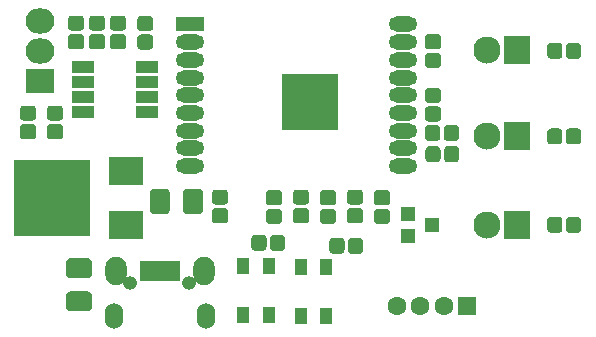
<source format=gts>
G04 #@! TF.GenerationSoftware,KiCad,Pcbnew,(5.1.5)-3*
G04 #@! TF.CreationDate,2020-03-31T22:24:07+09:00*
G04 #@! TF.ProjectId,irController,6972436f-6e74-4726-9f6c-6c65722e6b69,rev?*
G04 #@! TF.SameCoordinates,Original*
G04 #@! TF.FileFunction,Soldermask,Top*
G04 #@! TF.FilePolarity,Negative*
%FSLAX46Y46*%
G04 Gerber Fmt 4.6, Leading zero omitted, Abs format (unit mm)*
G04 Created by KiCad (PCBNEW (5.1.5)-3) date 2020-03-31 22:24:07*
%MOMM*%
%LPD*%
G04 APERTURE LIST*
%ADD10R,1.600000X1.600000*%
%ADD11C,1.600000*%
%ADD12C,0.100000*%
%ADD13R,1.050000X1.450000*%
%ADD14C,2.300000*%
%ADD15R,2.300000X2.400000*%
%ADD16R,1.300000X1.200000*%
%ADD17R,2.900000X2.400000*%
%ADD18R,6.400000X6.400000*%
%ADD19R,2.432000X2.127200*%
%ADD20O,2.432000X2.127200*%
%ADD21O,2.400000X1.300000*%
%ADD22R,2.400000X1.300000*%
%ADD23R,4.700000X4.700000*%
%ADD24R,0.850000X1.700000*%
%ADD25O,1.850000X2.400000*%
%ADD26O,1.550000X2.200000*%
%ADD27O,1.200000X1.200000*%
%ADD28R,1.925000X1.050000*%
G04 APERTURE END LIST*
D10*
X169545000Y-100330000D03*
D11*
X167545000Y-100330000D03*
X165545000Y-100330000D03*
X163545000Y-100330000D03*
D12*
G36*
X152241993Y-94322535D02*
G01*
X152272935Y-94327125D01*
X152303278Y-94334725D01*
X152332730Y-94345263D01*
X152361008Y-94358638D01*
X152387838Y-94374719D01*
X152412963Y-94393353D01*
X152436140Y-94414360D01*
X152457147Y-94437537D01*
X152475781Y-94462662D01*
X152491862Y-94489492D01*
X152505237Y-94517770D01*
X152515775Y-94547222D01*
X152523375Y-94577565D01*
X152527965Y-94608507D01*
X152529500Y-94639750D01*
X152529500Y-95352250D01*
X152527965Y-95383493D01*
X152523375Y-95414435D01*
X152515775Y-95444778D01*
X152505237Y-95474230D01*
X152491862Y-95502508D01*
X152475781Y-95529338D01*
X152457147Y-95554463D01*
X152436140Y-95577640D01*
X152412963Y-95598647D01*
X152387838Y-95617281D01*
X152361008Y-95633362D01*
X152332730Y-95646737D01*
X152303278Y-95657275D01*
X152272935Y-95664875D01*
X152241993Y-95669465D01*
X152210750Y-95671000D01*
X151573250Y-95671000D01*
X151542007Y-95669465D01*
X151511065Y-95664875D01*
X151480722Y-95657275D01*
X151451270Y-95646737D01*
X151422992Y-95633362D01*
X151396162Y-95617281D01*
X151371037Y-95598647D01*
X151347860Y-95577640D01*
X151326853Y-95554463D01*
X151308219Y-95529338D01*
X151292138Y-95502508D01*
X151278763Y-95474230D01*
X151268225Y-95444778D01*
X151260625Y-95414435D01*
X151256035Y-95383493D01*
X151254500Y-95352250D01*
X151254500Y-94639750D01*
X151256035Y-94608507D01*
X151260625Y-94577565D01*
X151268225Y-94547222D01*
X151278763Y-94517770D01*
X151292138Y-94489492D01*
X151308219Y-94462662D01*
X151326853Y-94437537D01*
X151347860Y-94414360D01*
X151371037Y-94393353D01*
X151396162Y-94374719D01*
X151422992Y-94358638D01*
X151451270Y-94345263D01*
X151480722Y-94334725D01*
X151511065Y-94327125D01*
X151542007Y-94322535D01*
X151573250Y-94321000D01*
X152210750Y-94321000D01*
X152241993Y-94322535D01*
G37*
G36*
X153816993Y-94322535D02*
G01*
X153847935Y-94327125D01*
X153878278Y-94334725D01*
X153907730Y-94345263D01*
X153936008Y-94358638D01*
X153962838Y-94374719D01*
X153987963Y-94393353D01*
X154011140Y-94414360D01*
X154032147Y-94437537D01*
X154050781Y-94462662D01*
X154066862Y-94489492D01*
X154080237Y-94517770D01*
X154090775Y-94547222D01*
X154098375Y-94577565D01*
X154102965Y-94608507D01*
X154104500Y-94639750D01*
X154104500Y-95352250D01*
X154102965Y-95383493D01*
X154098375Y-95414435D01*
X154090775Y-95444778D01*
X154080237Y-95474230D01*
X154066862Y-95502508D01*
X154050781Y-95529338D01*
X154032147Y-95554463D01*
X154011140Y-95577640D01*
X153987963Y-95598647D01*
X153962838Y-95617281D01*
X153936008Y-95633362D01*
X153907730Y-95646737D01*
X153878278Y-95657275D01*
X153847935Y-95664875D01*
X153816993Y-95669465D01*
X153785750Y-95671000D01*
X153148250Y-95671000D01*
X153117007Y-95669465D01*
X153086065Y-95664875D01*
X153055722Y-95657275D01*
X153026270Y-95646737D01*
X152997992Y-95633362D01*
X152971162Y-95617281D01*
X152946037Y-95598647D01*
X152922860Y-95577640D01*
X152901853Y-95554463D01*
X152883219Y-95529338D01*
X152867138Y-95502508D01*
X152853763Y-95474230D01*
X152843225Y-95444778D01*
X152835625Y-95414435D01*
X152831035Y-95383493D01*
X152829500Y-95352250D01*
X152829500Y-94639750D01*
X152831035Y-94608507D01*
X152835625Y-94577565D01*
X152843225Y-94547222D01*
X152853763Y-94517770D01*
X152867138Y-94489492D01*
X152883219Y-94462662D01*
X152901853Y-94437537D01*
X152922860Y-94414360D01*
X152946037Y-94393353D01*
X152971162Y-94374719D01*
X152997992Y-94358638D01*
X153026270Y-94345263D01*
X153055722Y-94334725D01*
X153086065Y-94327125D01*
X153117007Y-94322535D01*
X153148250Y-94321000D01*
X153785750Y-94321000D01*
X153816993Y-94322535D01*
G37*
G36*
X160407493Y-92074035D02*
G01*
X160438435Y-92078625D01*
X160468778Y-92086225D01*
X160498230Y-92096763D01*
X160526508Y-92110138D01*
X160553338Y-92126219D01*
X160578463Y-92144853D01*
X160601640Y-92165860D01*
X160622647Y-92189037D01*
X160641281Y-92214162D01*
X160657362Y-92240992D01*
X160670737Y-92269270D01*
X160681275Y-92298722D01*
X160688875Y-92329065D01*
X160693465Y-92360007D01*
X160695000Y-92391250D01*
X160695000Y-93028750D01*
X160693465Y-93059993D01*
X160688875Y-93090935D01*
X160681275Y-93121278D01*
X160670737Y-93150730D01*
X160657362Y-93179008D01*
X160641281Y-93205838D01*
X160622647Y-93230963D01*
X160601640Y-93254140D01*
X160578463Y-93275147D01*
X160553338Y-93293781D01*
X160526508Y-93309862D01*
X160498230Y-93323237D01*
X160468778Y-93333775D01*
X160438435Y-93341375D01*
X160407493Y-93345965D01*
X160376250Y-93347500D01*
X159663750Y-93347500D01*
X159632507Y-93345965D01*
X159601565Y-93341375D01*
X159571222Y-93333775D01*
X159541770Y-93323237D01*
X159513492Y-93309862D01*
X159486662Y-93293781D01*
X159461537Y-93275147D01*
X159438360Y-93254140D01*
X159417353Y-93230963D01*
X159398719Y-93205838D01*
X159382638Y-93179008D01*
X159369263Y-93150730D01*
X159358725Y-93121278D01*
X159351125Y-93090935D01*
X159346535Y-93059993D01*
X159345000Y-93028750D01*
X159345000Y-92391250D01*
X159346535Y-92360007D01*
X159351125Y-92329065D01*
X159358725Y-92298722D01*
X159369263Y-92269270D01*
X159382638Y-92240992D01*
X159398719Y-92214162D01*
X159417353Y-92189037D01*
X159438360Y-92165860D01*
X159461537Y-92144853D01*
X159486662Y-92126219D01*
X159513492Y-92110138D01*
X159541770Y-92096763D01*
X159571222Y-92086225D01*
X159601565Y-92078625D01*
X159632507Y-92074035D01*
X159663750Y-92072500D01*
X160376250Y-92072500D01*
X160407493Y-92074035D01*
G37*
G36*
X160407493Y-90499035D02*
G01*
X160438435Y-90503625D01*
X160468778Y-90511225D01*
X160498230Y-90521763D01*
X160526508Y-90535138D01*
X160553338Y-90551219D01*
X160578463Y-90569853D01*
X160601640Y-90590860D01*
X160622647Y-90614037D01*
X160641281Y-90639162D01*
X160657362Y-90665992D01*
X160670737Y-90694270D01*
X160681275Y-90723722D01*
X160688875Y-90754065D01*
X160693465Y-90785007D01*
X160695000Y-90816250D01*
X160695000Y-91453750D01*
X160693465Y-91484993D01*
X160688875Y-91515935D01*
X160681275Y-91546278D01*
X160670737Y-91575730D01*
X160657362Y-91604008D01*
X160641281Y-91630838D01*
X160622647Y-91655963D01*
X160601640Y-91679140D01*
X160578463Y-91700147D01*
X160553338Y-91718781D01*
X160526508Y-91734862D01*
X160498230Y-91748237D01*
X160468778Y-91758775D01*
X160438435Y-91766375D01*
X160407493Y-91770965D01*
X160376250Y-91772500D01*
X159663750Y-91772500D01*
X159632507Y-91770965D01*
X159601565Y-91766375D01*
X159571222Y-91758775D01*
X159541770Y-91748237D01*
X159513492Y-91734862D01*
X159486662Y-91718781D01*
X159461537Y-91700147D01*
X159438360Y-91679140D01*
X159417353Y-91655963D01*
X159398719Y-91630838D01*
X159382638Y-91604008D01*
X159369263Y-91575730D01*
X159358725Y-91546278D01*
X159351125Y-91515935D01*
X159346535Y-91484993D01*
X159345000Y-91453750D01*
X159345000Y-90816250D01*
X159346535Y-90785007D01*
X159351125Y-90754065D01*
X159358725Y-90723722D01*
X159369263Y-90694270D01*
X159382638Y-90665992D01*
X159398719Y-90639162D01*
X159417353Y-90614037D01*
X159438360Y-90590860D01*
X159461537Y-90569853D01*
X159486662Y-90551219D01*
X159513492Y-90535138D01*
X159541770Y-90521763D01*
X159571222Y-90511225D01*
X159601565Y-90503625D01*
X159632507Y-90499035D01*
X159663750Y-90497500D01*
X160376250Y-90497500D01*
X160407493Y-90499035D01*
G37*
G36*
X153549493Y-92125035D02*
G01*
X153580435Y-92129625D01*
X153610778Y-92137225D01*
X153640230Y-92147763D01*
X153668508Y-92161138D01*
X153695338Y-92177219D01*
X153720463Y-92195853D01*
X153743640Y-92216860D01*
X153764647Y-92240037D01*
X153783281Y-92265162D01*
X153799362Y-92291992D01*
X153812737Y-92320270D01*
X153823275Y-92349722D01*
X153830875Y-92380065D01*
X153835465Y-92411007D01*
X153837000Y-92442250D01*
X153837000Y-93079750D01*
X153835465Y-93110993D01*
X153830875Y-93141935D01*
X153823275Y-93172278D01*
X153812737Y-93201730D01*
X153799362Y-93230008D01*
X153783281Y-93256838D01*
X153764647Y-93281963D01*
X153743640Y-93305140D01*
X153720463Y-93326147D01*
X153695338Y-93344781D01*
X153668508Y-93360862D01*
X153640230Y-93374237D01*
X153610778Y-93384775D01*
X153580435Y-93392375D01*
X153549493Y-93396965D01*
X153518250Y-93398500D01*
X152805750Y-93398500D01*
X152774507Y-93396965D01*
X152743565Y-93392375D01*
X152713222Y-93384775D01*
X152683770Y-93374237D01*
X152655492Y-93360862D01*
X152628662Y-93344781D01*
X152603537Y-93326147D01*
X152580360Y-93305140D01*
X152559353Y-93281963D01*
X152540719Y-93256838D01*
X152524638Y-93230008D01*
X152511263Y-93201730D01*
X152500725Y-93172278D01*
X152493125Y-93141935D01*
X152488535Y-93110993D01*
X152487000Y-93079750D01*
X152487000Y-92442250D01*
X152488535Y-92411007D01*
X152493125Y-92380065D01*
X152500725Y-92349722D01*
X152511263Y-92320270D01*
X152524638Y-92291992D01*
X152540719Y-92265162D01*
X152559353Y-92240037D01*
X152580360Y-92216860D01*
X152603537Y-92195853D01*
X152628662Y-92177219D01*
X152655492Y-92161138D01*
X152683770Y-92147763D01*
X152713222Y-92137225D01*
X152743565Y-92129625D01*
X152774507Y-92125035D01*
X152805750Y-92123500D01*
X153518250Y-92123500D01*
X153549493Y-92125035D01*
G37*
G36*
X153549493Y-90550035D02*
G01*
X153580435Y-90554625D01*
X153610778Y-90562225D01*
X153640230Y-90572763D01*
X153668508Y-90586138D01*
X153695338Y-90602219D01*
X153720463Y-90620853D01*
X153743640Y-90641860D01*
X153764647Y-90665037D01*
X153783281Y-90690162D01*
X153799362Y-90716992D01*
X153812737Y-90745270D01*
X153823275Y-90774722D01*
X153830875Y-90805065D01*
X153835465Y-90836007D01*
X153837000Y-90867250D01*
X153837000Y-91504750D01*
X153835465Y-91535993D01*
X153830875Y-91566935D01*
X153823275Y-91597278D01*
X153812737Y-91626730D01*
X153799362Y-91655008D01*
X153783281Y-91681838D01*
X153764647Y-91706963D01*
X153743640Y-91730140D01*
X153720463Y-91751147D01*
X153695338Y-91769781D01*
X153668508Y-91785862D01*
X153640230Y-91799237D01*
X153610778Y-91809775D01*
X153580435Y-91817375D01*
X153549493Y-91821965D01*
X153518250Y-91823500D01*
X152805750Y-91823500D01*
X152774507Y-91821965D01*
X152743565Y-91817375D01*
X152713222Y-91809775D01*
X152683770Y-91799237D01*
X152655492Y-91785862D01*
X152628662Y-91769781D01*
X152603537Y-91751147D01*
X152580360Y-91730140D01*
X152559353Y-91706963D01*
X152540719Y-91681838D01*
X152524638Y-91655008D01*
X152511263Y-91626730D01*
X152500725Y-91597278D01*
X152493125Y-91566935D01*
X152488535Y-91535993D01*
X152487000Y-91504750D01*
X152487000Y-90867250D01*
X152488535Y-90836007D01*
X152493125Y-90805065D01*
X152500725Y-90774722D01*
X152511263Y-90745270D01*
X152524638Y-90716992D01*
X152540719Y-90690162D01*
X152559353Y-90665037D01*
X152580360Y-90641860D01*
X152603537Y-90620853D01*
X152628662Y-90602219D01*
X152655492Y-90586138D01*
X152683770Y-90572763D01*
X152713222Y-90562225D01*
X152743565Y-90554625D01*
X152774507Y-90550035D01*
X152805750Y-90548500D01*
X153518250Y-90548500D01*
X153549493Y-90550035D01*
G37*
D13*
X150563000Y-101135000D03*
X152713000Y-101135000D03*
X150563000Y-96985000D03*
X152713000Y-96985000D03*
D12*
G36*
X135007493Y-83387035D02*
G01*
X135038435Y-83391625D01*
X135068778Y-83399225D01*
X135098230Y-83409763D01*
X135126508Y-83423138D01*
X135153338Y-83439219D01*
X135178463Y-83457853D01*
X135201640Y-83478860D01*
X135222647Y-83502037D01*
X135241281Y-83527162D01*
X135257362Y-83553992D01*
X135270737Y-83582270D01*
X135281275Y-83611722D01*
X135288875Y-83642065D01*
X135293465Y-83673007D01*
X135295000Y-83704250D01*
X135295000Y-84341750D01*
X135293465Y-84372993D01*
X135288875Y-84403935D01*
X135281275Y-84434278D01*
X135270737Y-84463730D01*
X135257362Y-84492008D01*
X135241281Y-84518838D01*
X135222647Y-84543963D01*
X135201640Y-84567140D01*
X135178463Y-84588147D01*
X135153338Y-84606781D01*
X135126508Y-84622862D01*
X135098230Y-84636237D01*
X135068778Y-84646775D01*
X135038435Y-84654375D01*
X135007493Y-84658965D01*
X134976250Y-84660500D01*
X134263750Y-84660500D01*
X134232507Y-84658965D01*
X134201565Y-84654375D01*
X134171222Y-84646775D01*
X134141770Y-84636237D01*
X134113492Y-84622862D01*
X134086662Y-84606781D01*
X134061537Y-84588147D01*
X134038360Y-84567140D01*
X134017353Y-84543963D01*
X133998719Y-84518838D01*
X133982638Y-84492008D01*
X133969263Y-84463730D01*
X133958725Y-84434278D01*
X133951125Y-84403935D01*
X133946535Y-84372993D01*
X133945000Y-84341750D01*
X133945000Y-83704250D01*
X133946535Y-83673007D01*
X133951125Y-83642065D01*
X133958725Y-83611722D01*
X133969263Y-83582270D01*
X133982638Y-83553992D01*
X133998719Y-83527162D01*
X134017353Y-83502037D01*
X134038360Y-83478860D01*
X134061537Y-83457853D01*
X134086662Y-83439219D01*
X134113492Y-83423138D01*
X134141770Y-83409763D01*
X134171222Y-83399225D01*
X134201565Y-83391625D01*
X134232507Y-83387035D01*
X134263750Y-83385500D01*
X134976250Y-83385500D01*
X135007493Y-83387035D01*
G37*
G36*
X135007493Y-84962035D02*
G01*
X135038435Y-84966625D01*
X135068778Y-84974225D01*
X135098230Y-84984763D01*
X135126508Y-84998138D01*
X135153338Y-85014219D01*
X135178463Y-85032853D01*
X135201640Y-85053860D01*
X135222647Y-85077037D01*
X135241281Y-85102162D01*
X135257362Y-85128992D01*
X135270737Y-85157270D01*
X135281275Y-85186722D01*
X135288875Y-85217065D01*
X135293465Y-85248007D01*
X135295000Y-85279250D01*
X135295000Y-85916750D01*
X135293465Y-85947993D01*
X135288875Y-85978935D01*
X135281275Y-86009278D01*
X135270737Y-86038730D01*
X135257362Y-86067008D01*
X135241281Y-86093838D01*
X135222647Y-86118963D01*
X135201640Y-86142140D01*
X135178463Y-86163147D01*
X135153338Y-86181781D01*
X135126508Y-86197862D01*
X135098230Y-86211237D01*
X135068778Y-86221775D01*
X135038435Y-86229375D01*
X135007493Y-86233965D01*
X134976250Y-86235500D01*
X134263750Y-86235500D01*
X134232507Y-86233965D01*
X134201565Y-86229375D01*
X134171222Y-86221775D01*
X134141770Y-86211237D01*
X134113492Y-86197862D01*
X134086662Y-86181781D01*
X134061537Y-86163147D01*
X134038360Y-86142140D01*
X134017353Y-86118963D01*
X133998719Y-86093838D01*
X133982638Y-86067008D01*
X133969263Y-86038730D01*
X133958725Y-86009278D01*
X133951125Y-85978935D01*
X133946535Y-85947993D01*
X133945000Y-85916750D01*
X133945000Y-85279250D01*
X133946535Y-85248007D01*
X133951125Y-85217065D01*
X133958725Y-85186722D01*
X133969263Y-85157270D01*
X133982638Y-85128992D01*
X133998719Y-85102162D01*
X134017353Y-85077037D01*
X134038360Y-85053860D01*
X134061537Y-85032853D01*
X134086662Y-85014219D01*
X134113492Y-84998138D01*
X134141770Y-84984763D01*
X134171222Y-84974225D01*
X134201565Y-84966625D01*
X134232507Y-84962035D01*
X134263750Y-84960500D01*
X134976250Y-84960500D01*
X135007493Y-84962035D01*
G37*
G36*
X162693493Y-92125035D02*
G01*
X162724435Y-92129625D01*
X162754778Y-92137225D01*
X162784230Y-92147763D01*
X162812508Y-92161138D01*
X162839338Y-92177219D01*
X162864463Y-92195853D01*
X162887640Y-92216860D01*
X162908647Y-92240037D01*
X162927281Y-92265162D01*
X162943362Y-92291992D01*
X162956737Y-92320270D01*
X162967275Y-92349722D01*
X162974875Y-92380065D01*
X162979465Y-92411007D01*
X162981000Y-92442250D01*
X162981000Y-93079750D01*
X162979465Y-93110993D01*
X162974875Y-93141935D01*
X162967275Y-93172278D01*
X162956737Y-93201730D01*
X162943362Y-93230008D01*
X162927281Y-93256838D01*
X162908647Y-93281963D01*
X162887640Y-93305140D01*
X162864463Y-93326147D01*
X162839338Y-93344781D01*
X162812508Y-93360862D01*
X162784230Y-93374237D01*
X162754778Y-93384775D01*
X162724435Y-93392375D01*
X162693493Y-93396965D01*
X162662250Y-93398500D01*
X161949750Y-93398500D01*
X161918507Y-93396965D01*
X161887565Y-93392375D01*
X161857222Y-93384775D01*
X161827770Y-93374237D01*
X161799492Y-93360862D01*
X161772662Y-93344781D01*
X161747537Y-93326147D01*
X161724360Y-93305140D01*
X161703353Y-93281963D01*
X161684719Y-93256838D01*
X161668638Y-93230008D01*
X161655263Y-93201730D01*
X161644725Y-93172278D01*
X161637125Y-93141935D01*
X161632535Y-93110993D01*
X161631000Y-93079750D01*
X161631000Y-92442250D01*
X161632535Y-92411007D01*
X161637125Y-92380065D01*
X161644725Y-92349722D01*
X161655263Y-92320270D01*
X161668638Y-92291992D01*
X161684719Y-92265162D01*
X161703353Y-92240037D01*
X161724360Y-92216860D01*
X161747537Y-92195853D01*
X161772662Y-92177219D01*
X161799492Y-92161138D01*
X161827770Y-92147763D01*
X161857222Y-92137225D01*
X161887565Y-92129625D01*
X161918507Y-92125035D01*
X161949750Y-92123500D01*
X162662250Y-92123500D01*
X162693493Y-92125035D01*
G37*
G36*
X162693493Y-90550035D02*
G01*
X162724435Y-90554625D01*
X162754778Y-90562225D01*
X162784230Y-90572763D01*
X162812508Y-90586138D01*
X162839338Y-90602219D01*
X162864463Y-90620853D01*
X162887640Y-90641860D01*
X162908647Y-90665037D01*
X162927281Y-90690162D01*
X162943362Y-90716992D01*
X162956737Y-90745270D01*
X162967275Y-90774722D01*
X162974875Y-90805065D01*
X162979465Y-90836007D01*
X162981000Y-90867250D01*
X162981000Y-91504750D01*
X162979465Y-91535993D01*
X162974875Y-91566935D01*
X162967275Y-91597278D01*
X162956737Y-91626730D01*
X162943362Y-91655008D01*
X162927281Y-91681838D01*
X162908647Y-91706963D01*
X162887640Y-91730140D01*
X162864463Y-91751147D01*
X162839338Y-91769781D01*
X162812508Y-91785862D01*
X162784230Y-91799237D01*
X162754778Y-91809775D01*
X162724435Y-91817375D01*
X162693493Y-91821965D01*
X162662250Y-91823500D01*
X161949750Y-91823500D01*
X161918507Y-91821965D01*
X161887565Y-91817375D01*
X161857222Y-91809775D01*
X161827770Y-91799237D01*
X161799492Y-91785862D01*
X161772662Y-91769781D01*
X161747537Y-91751147D01*
X161724360Y-91730140D01*
X161703353Y-91706963D01*
X161684719Y-91681838D01*
X161668638Y-91655008D01*
X161655263Y-91626730D01*
X161644725Y-91597278D01*
X161637125Y-91566935D01*
X161632535Y-91535993D01*
X161631000Y-91504750D01*
X161631000Y-90867250D01*
X161632535Y-90836007D01*
X161637125Y-90805065D01*
X161644725Y-90774722D01*
X161655263Y-90745270D01*
X161668638Y-90716992D01*
X161684719Y-90690162D01*
X161703353Y-90665037D01*
X161724360Y-90641860D01*
X161747537Y-90620853D01*
X161772662Y-90602219D01*
X161799492Y-90586138D01*
X161827770Y-90572763D01*
X161857222Y-90562225D01*
X161887565Y-90554625D01*
X161918507Y-90550035D01*
X161949750Y-90548500D01*
X162662250Y-90548500D01*
X162693493Y-90550035D01*
G37*
G36*
X142649493Y-77367535D02*
G01*
X142680435Y-77372125D01*
X142710778Y-77379725D01*
X142740230Y-77390263D01*
X142768508Y-77403638D01*
X142795338Y-77419719D01*
X142820463Y-77438353D01*
X142843640Y-77459360D01*
X142864647Y-77482537D01*
X142883281Y-77507662D01*
X142899362Y-77534492D01*
X142912737Y-77562770D01*
X142923275Y-77592222D01*
X142930875Y-77622565D01*
X142935465Y-77653507D01*
X142937000Y-77684750D01*
X142937000Y-78322250D01*
X142935465Y-78353493D01*
X142930875Y-78384435D01*
X142923275Y-78414778D01*
X142912737Y-78444230D01*
X142899362Y-78472508D01*
X142883281Y-78499338D01*
X142864647Y-78524463D01*
X142843640Y-78547640D01*
X142820463Y-78568647D01*
X142795338Y-78587281D01*
X142768508Y-78603362D01*
X142740230Y-78616737D01*
X142710778Y-78627275D01*
X142680435Y-78634875D01*
X142649493Y-78639465D01*
X142618250Y-78641000D01*
X141905750Y-78641000D01*
X141874507Y-78639465D01*
X141843565Y-78634875D01*
X141813222Y-78627275D01*
X141783770Y-78616737D01*
X141755492Y-78603362D01*
X141728662Y-78587281D01*
X141703537Y-78568647D01*
X141680360Y-78547640D01*
X141659353Y-78524463D01*
X141640719Y-78499338D01*
X141624638Y-78472508D01*
X141611263Y-78444230D01*
X141600725Y-78414778D01*
X141593125Y-78384435D01*
X141588535Y-78353493D01*
X141587000Y-78322250D01*
X141587000Y-77684750D01*
X141588535Y-77653507D01*
X141593125Y-77622565D01*
X141600725Y-77592222D01*
X141611263Y-77562770D01*
X141624638Y-77534492D01*
X141640719Y-77507662D01*
X141659353Y-77482537D01*
X141680360Y-77459360D01*
X141703537Y-77438353D01*
X141728662Y-77419719D01*
X141755492Y-77403638D01*
X141783770Y-77390263D01*
X141813222Y-77379725D01*
X141843565Y-77372125D01*
X141874507Y-77367535D01*
X141905750Y-77366000D01*
X142618250Y-77366000D01*
X142649493Y-77367535D01*
G37*
G36*
X142649493Y-75792535D02*
G01*
X142680435Y-75797125D01*
X142710778Y-75804725D01*
X142740230Y-75815263D01*
X142768508Y-75828638D01*
X142795338Y-75844719D01*
X142820463Y-75863353D01*
X142843640Y-75884360D01*
X142864647Y-75907537D01*
X142883281Y-75932662D01*
X142899362Y-75959492D01*
X142912737Y-75987770D01*
X142923275Y-76017222D01*
X142930875Y-76047565D01*
X142935465Y-76078507D01*
X142937000Y-76109750D01*
X142937000Y-76747250D01*
X142935465Y-76778493D01*
X142930875Y-76809435D01*
X142923275Y-76839778D01*
X142912737Y-76869230D01*
X142899362Y-76897508D01*
X142883281Y-76924338D01*
X142864647Y-76949463D01*
X142843640Y-76972640D01*
X142820463Y-76993647D01*
X142795338Y-77012281D01*
X142768508Y-77028362D01*
X142740230Y-77041737D01*
X142710778Y-77052275D01*
X142680435Y-77059875D01*
X142649493Y-77064465D01*
X142618250Y-77066000D01*
X141905750Y-77066000D01*
X141874507Y-77064465D01*
X141843565Y-77059875D01*
X141813222Y-77052275D01*
X141783770Y-77041737D01*
X141755492Y-77028362D01*
X141728662Y-77012281D01*
X141703537Y-76993647D01*
X141680360Y-76972640D01*
X141659353Y-76949463D01*
X141640719Y-76924338D01*
X141624638Y-76897508D01*
X141611263Y-76869230D01*
X141600725Y-76839778D01*
X141593125Y-76809435D01*
X141588535Y-76778493D01*
X141587000Y-76747250D01*
X141587000Y-76109750D01*
X141588535Y-76078507D01*
X141593125Y-76047565D01*
X141600725Y-76017222D01*
X141611263Y-75987770D01*
X141624638Y-75959492D01*
X141640719Y-75932662D01*
X141659353Y-75907537D01*
X141680360Y-75884360D01*
X141703537Y-75863353D01*
X141728662Y-75844719D01*
X141755492Y-75828638D01*
X141783770Y-75815263D01*
X141813222Y-75804725D01*
X141843565Y-75797125D01*
X141874507Y-75792535D01*
X141905750Y-75791000D01*
X142618250Y-75791000D01*
X142649493Y-75792535D01*
G37*
G36*
X146831346Y-90426589D02*
G01*
X146863380Y-90431341D01*
X146894794Y-90439210D01*
X146925286Y-90450120D01*
X146954561Y-90463966D01*
X146982338Y-90480615D01*
X147008350Y-90499907D01*
X147032345Y-90521655D01*
X147054093Y-90545650D01*
X147073385Y-90571662D01*
X147090034Y-90599439D01*
X147103880Y-90628714D01*
X147114790Y-90659206D01*
X147122659Y-90690620D01*
X147127411Y-90722654D01*
X147129000Y-90755000D01*
X147129000Y-92245000D01*
X147127411Y-92277346D01*
X147122659Y-92309380D01*
X147114790Y-92340794D01*
X147103880Y-92371286D01*
X147090034Y-92400561D01*
X147073385Y-92428338D01*
X147054093Y-92454350D01*
X147032345Y-92478345D01*
X147008350Y-92500093D01*
X146982338Y-92519385D01*
X146954561Y-92536034D01*
X146925286Y-92549880D01*
X146894794Y-92560790D01*
X146863380Y-92568659D01*
X146831346Y-92573411D01*
X146799000Y-92575000D01*
X145809000Y-92575000D01*
X145776654Y-92573411D01*
X145744620Y-92568659D01*
X145713206Y-92560790D01*
X145682714Y-92549880D01*
X145653439Y-92536034D01*
X145625662Y-92519385D01*
X145599650Y-92500093D01*
X145575655Y-92478345D01*
X145553907Y-92454350D01*
X145534615Y-92428338D01*
X145517966Y-92400561D01*
X145504120Y-92371286D01*
X145493210Y-92340794D01*
X145485341Y-92309380D01*
X145480589Y-92277346D01*
X145479000Y-92245000D01*
X145479000Y-90755000D01*
X145480589Y-90722654D01*
X145485341Y-90690620D01*
X145493210Y-90659206D01*
X145504120Y-90628714D01*
X145517966Y-90599439D01*
X145534615Y-90571662D01*
X145553907Y-90545650D01*
X145575655Y-90521655D01*
X145599650Y-90499907D01*
X145625662Y-90480615D01*
X145653439Y-90463966D01*
X145682714Y-90450120D01*
X145713206Y-90439210D01*
X145744620Y-90431341D01*
X145776654Y-90426589D01*
X145809000Y-90425000D01*
X146799000Y-90425000D01*
X146831346Y-90426589D01*
G37*
G36*
X144031346Y-90426589D02*
G01*
X144063380Y-90431341D01*
X144094794Y-90439210D01*
X144125286Y-90450120D01*
X144154561Y-90463966D01*
X144182338Y-90480615D01*
X144208350Y-90499907D01*
X144232345Y-90521655D01*
X144254093Y-90545650D01*
X144273385Y-90571662D01*
X144290034Y-90599439D01*
X144303880Y-90628714D01*
X144314790Y-90659206D01*
X144322659Y-90690620D01*
X144327411Y-90722654D01*
X144329000Y-90755000D01*
X144329000Y-92245000D01*
X144327411Y-92277346D01*
X144322659Y-92309380D01*
X144314790Y-92340794D01*
X144303880Y-92371286D01*
X144290034Y-92400561D01*
X144273385Y-92428338D01*
X144254093Y-92454350D01*
X144232345Y-92478345D01*
X144208350Y-92500093D01*
X144182338Y-92519385D01*
X144154561Y-92536034D01*
X144125286Y-92549880D01*
X144094794Y-92560790D01*
X144063380Y-92568659D01*
X144031346Y-92573411D01*
X143999000Y-92575000D01*
X143009000Y-92575000D01*
X142976654Y-92573411D01*
X142944620Y-92568659D01*
X142913206Y-92560790D01*
X142882714Y-92549880D01*
X142853439Y-92536034D01*
X142825662Y-92519385D01*
X142799650Y-92500093D01*
X142775655Y-92478345D01*
X142753907Y-92454350D01*
X142734615Y-92428338D01*
X142717966Y-92400561D01*
X142704120Y-92371286D01*
X142693210Y-92340794D01*
X142685341Y-92309380D01*
X142680589Y-92277346D01*
X142679000Y-92245000D01*
X142679000Y-90755000D01*
X142680589Y-90722654D01*
X142685341Y-90690620D01*
X142693210Y-90659206D01*
X142704120Y-90628714D01*
X142717966Y-90599439D01*
X142734615Y-90571662D01*
X142753907Y-90545650D01*
X142775655Y-90521655D01*
X142799650Y-90499907D01*
X142825662Y-90480615D01*
X142853439Y-90463966D01*
X142882714Y-90450120D01*
X142913206Y-90439210D01*
X142944620Y-90431341D01*
X142976654Y-90426589D01*
X143009000Y-90425000D01*
X143999000Y-90425000D01*
X144031346Y-90426589D01*
G37*
G36*
X137429346Y-99128589D02*
G01*
X137461380Y-99133341D01*
X137492794Y-99141210D01*
X137523286Y-99152120D01*
X137552561Y-99165966D01*
X137580338Y-99182615D01*
X137606350Y-99201907D01*
X137630345Y-99223655D01*
X137652093Y-99247650D01*
X137671385Y-99273662D01*
X137688034Y-99301439D01*
X137701880Y-99330714D01*
X137712790Y-99361206D01*
X137720659Y-99392620D01*
X137725411Y-99424654D01*
X137727000Y-99457000D01*
X137727000Y-100447000D01*
X137725411Y-100479346D01*
X137720659Y-100511380D01*
X137712790Y-100542794D01*
X137701880Y-100573286D01*
X137688034Y-100602561D01*
X137671385Y-100630338D01*
X137652093Y-100656350D01*
X137630345Y-100680345D01*
X137606350Y-100702093D01*
X137580338Y-100721385D01*
X137552561Y-100738034D01*
X137523286Y-100751880D01*
X137492794Y-100762790D01*
X137461380Y-100770659D01*
X137429346Y-100775411D01*
X137397000Y-100777000D01*
X135907000Y-100777000D01*
X135874654Y-100775411D01*
X135842620Y-100770659D01*
X135811206Y-100762790D01*
X135780714Y-100751880D01*
X135751439Y-100738034D01*
X135723662Y-100721385D01*
X135697650Y-100702093D01*
X135673655Y-100680345D01*
X135651907Y-100656350D01*
X135632615Y-100630338D01*
X135615966Y-100602561D01*
X135602120Y-100573286D01*
X135591210Y-100542794D01*
X135583341Y-100511380D01*
X135578589Y-100479346D01*
X135577000Y-100447000D01*
X135577000Y-99457000D01*
X135578589Y-99424654D01*
X135583341Y-99392620D01*
X135591210Y-99361206D01*
X135602120Y-99330714D01*
X135615966Y-99301439D01*
X135632615Y-99273662D01*
X135651907Y-99247650D01*
X135673655Y-99223655D01*
X135697650Y-99201907D01*
X135723662Y-99182615D01*
X135751439Y-99165966D01*
X135780714Y-99152120D01*
X135811206Y-99141210D01*
X135842620Y-99133341D01*
X135874654Y-99128589D01*
X135907000Y-99127000D01*
X137397000Y-99127000D01*
X137429346Y-99128589D01*
G37*
G36*
X137429346Y-96328589D02*
G01*
X137461380Y-96333341D01*
X137492794Y-96341210D01*
X137523286Y-96352120D01*
X137552561Y-96365966D01*
X137580338Y-96382615D01*
X137606350Y-96401907D01*
X137630345Y-96423655D01*
X137652093Y-96447650D01*
X137671385Y-96473662D01*
X137688034Y-96501439D01*
X137701880Y-96530714D01*
X137712790Y-96561206D01*
X137720659Y-96592620D01*
X137725411Y-96624654D01*
X137727000Y-96657000D01*
X137727000Y-97647000D01*
X137725411Y-97679346D01*
X137720659Y-97711380D01*
X137712790Y-97742794D01*
X137701880Y-97773286D01*
X137688034Y-97802561D01*
X137671385Y-97830338D01*
X137652093Y-97856350D01*
X137630345Y-97880345D01*
X137606350Y-97902093D01*
X137580338Y-97921385D01*
X137552561Y-97938034D01*
X137523286Y-97951880D01*
X137492794Y-97962790D01*
X137461380Y-97970659D01*
X137429346Y-97975411D01*
X137397000Y-97977000D01*
X135907000Y-97977000D01*
X135874654Y-97975411D01*
X135842620Y-97970659D01*
X135811206Y-97962790D01*
X135780714Y-97951880D01*
X135751439Y-97938034D01*
X135723662Y-97921385D01*
X135697650Y-97902093D01*
X135673655Y-97880345D01*
X135651907Y-97856350D01*
X135632615Y-97830338D01*
X135615966Y-97802561D01*
X135602120Y-97773286D01*
X135591210Y-97742794D01*
X135583341Y-97711380D01*
X135578589Y-97679346D01*
X135577000Y-97647000D01*
X135577000Y-96657000D01*
X135578589Y-96624654D01*
X135583341Y-96592620D01*
X135591210Y-96561206D01*
X135602120Y-96530714D01*
X135615966Y-96501439D01*
X135632615Y-96473662D01*
X135651907Y-96447650D01*
X135673655Y-96423655D01*
X135697650Y-96401907D01*
X135723662Y-96382615D01*
X135751439Y-96365966D01*
X135780714Y-96352120D01*
X135811206Y-96341210D01*
X135842620Y-96333341D01*
X135874654Y-96328589D01*
X135907000Y-96327000D01*
X137397000Y-96327000D01*
X137429346Y-96328589D01*
G37*
G36*
X166949993Y-85026535D02*
G01*
X166980935Y-85031125D01*
X167011278Y-85038725D01*
X167040730Y-85049263D01*
X167069008Y-85062638D01*
X167095838Y-85078719D01*
X167120963Y-85097353D01*
X167144140Y-85118360D01*
X167165147Y-85141537D01*
X167183781Y-85166662D01*
X167199862Y-85193492D01*
X167213237Y-85221770D01*
X167223775Y-85251222D01*
X167231375Y-85281565D01*
X167235965Y-85312507D01*
X167237500Y-85343750D01*
X167237500Y-86056250D01*
X167235965Y-86087493D01*
X167231375Y-86118435D01*
X167223775Y-86148778D01*
X167213237Y-86178230D01*
X167199862Y-86206508D01*
X167183781Y-86233338D01*
X167165147Y-86258463D01*
X167144140Y-86281640D01*
X167120963Y-86302647D01*
X167095838Y-86321281D01*
X167069008Y-86337362D01*
X167040730Y-86350737D01*
X167011278Y-86361275D01*
X166980935Y-86368875D01*
X166949993Y-86373465D01*
X166918750Y-86375000D01*
X166281250Y-86375000D01*
X166250007Y-86373465D01*
X166219065Y-86368875D01*
X166188722Y-86361275D01*
X166159270Y-86350737D01*
X166130992Y-86337362D01*
X166104162Y-86321281D01*
X166079037Y-86302647D01*
X166055860Y-86281640D01*
X166034853Y-86258463D01*
X166016219Y-86233338D01*
X166000138Y-86206508D01*
X165986763Y-86178230D01*
X165976225Y-86148778D01*
X165968625Y-86118435D01*
X165964035Y-86087493D01*
X165962500Y-86056250D01*
X165962500Y-85343750D01*
X165964035Y-85312507D01*
X165968625Y-85281565D01*
X165976225Y-85251222D01*
X165986763Y-85221770D01*
X166000138Y-85193492D01*
X166016219Y-85166662D01*
X166034853Y-85141537D01*
X166055860Y-85118360D01*
X166079037Y-85097353D01*
X166104162Y-85078719D01*
X166130992Y-85062638D01*
X166159270Y-85049263D01*
X166188722Y-85038725D01*
X166219065Y-85031125D01*
X166250007Y-85026535D01*
X166281250Y-85025000D01*
X166918750Y-85025000D01*
X166949993Y-85026535D01*
G37*
G36*
X168524993Y-85026535D02*
G01*
X168555935Y-85031125D01*
X168586278Y-85038725D01*
X168615730Y-85049263D01*
X168644008Y-85062638D01*
X168670838Y-85078719D01*
X168695963Y-85097353D01*
X168719140Y-85118360D01*
X168740147Y-85141537D01*
X168758781Y-85166662D01*
X168774862Y-85193492D01*
X168788237Y-85221770D01*
X168798775Y-85251222D01*
X168806375Y-85281565D01*
X168810965Y-85312507D01*
X168812500Y-85343750D01*
X168812500Y-86056250D01*
X168810965Y-86087493D01*
X168806375Y-86118435D01*
X168798775Y-86148778D01*
X168788237Y-86178230D01*
X168774862Y-86206508D01*
X168758781Y-86233338D01*
X168740147Y-86258463D01*
X168719140Y-86281640D01*
X168695963Y-86302647D01*
X168670838Y-86321281D01*
X168644008Y-86337362D01*
X168615730Y-86350737D01*
X168586278Y-86361275D01*
X168555935Y-86368875D01*
X168524993Y-86373465D01*
X168493750Y-86375000D01*
X167856250Y-86375000D01*
X167825007Y-86373465D01*
X167794065Y-86368875D01*
X167763722Y-86361275D01*
X167734270Y-86350737D01*
X167705992Y-86337362D01*
X167679162Y-86321281D01*
X167654037Y-86302647D01*
X167630860Y-86281640D01*
X167609853Y-86258463D01*
X167591219Y-86233338D01*
X167575138Y-86206508D01*
X167561763Y-86178230D01*
X167551225Y-86148778D01*
X167543625Y-86118435D01*
X167539035Y-86087493D01*
X167537500Y-86056250D01*
X167537500Y-85343750D01*
X167539035Y-85312507D01*
X167543625Y-85281565D01*
X167551225Y-85251222D01*
X167561763Y-85221770D01*
X167575138Y-85193492D01*
X167591219Y-85166662D01*
X167609853Y-85141537D01*
X167630860Y-85118360D01*
X167654037Y-85097353D01*
X167679162Y-85078719D01*
X167705992Y-85062638D01*
X167734270Y-85049263D01*
X167763722Y-85038725D01*
X167794065Y-85031125D01*
X167825007Y-85026535D01*
X167856250Y-85025000D01*
X168493750Y-85025000D01*
X168524993Y-85026535D01*
G37*
G36*
X177292493Y-78066535D02*
G01*
X177323435Y-78071125D01*
X177353778Y-78078725D01*
X177383230Y-78089263D01*
X177411508Y-78102638D01*
X177438338Y-78118719D01*
X177463463Y-78137353D01*
X177486640Y-78158360D01*
X177507647Y-78181537D01*
X177526281Y-78206662D01*
X177542362Y-78233492D01*
X177555737Y-78261770D01*
X177566275Y-78291222D01*
X177573875Y-78321565D01*
X177578465Y-78352507D01*
X177580000Y-78383750D01*
X177580000Y-79096250D01*
X177578465Y-79127493D01*
X177573875Y-79158435D01*
X177566275Y-79188778D01*
X177555737Y-79218230D01*
X177542362Y-79246508D01*
X177526281Y-79273338D01*
X177507647Y-79298463D01*
X177486640Y-79321640D01*
X177463463Y-79342647D01*
X177438338Y-79361281D01*
X177411508Y-79377362D01*
X177383230Y-79390737D01*
X177353778Y-79401275D01*
X177323435Y-79408875D01*
X177292493Y-79413465D01*
X177261250Y-79415000D01*
X176623750Y-79415000D01*
X176592507Y-79413465D01*
X176561565Y-79408875D01*
X176531222Y-79401275D01*
X176501770Y-79390737D01*
X176473492Y-79377362D01*
X176446662Y-79361281D01*
X176421537Y-79342647D01*
X176398360Y-79321640D01*
X176377353Y-79298463D01*
X176358719Y-79273338D01*
X176342638Y-79246508D01*
X176329263Y-79218230D01*
X176318725Y-79188778D01*
X176311125Y-79158435D01*
X176306535Y-79127493D01*
X176305000Y-79096250D01*
X176305000Y-78383750D01*
X176306535Y-78352507D01*
X176311125Y-78321565D01*
X176318725Y-78291222D01*
X176329263Y-78261770D01*
X176342638Y-78233492D01*
X176358719Y-78206662D01*
X176377353Y-78181537D01*
X176398360Y-78158360D01*
X176421537Y-78137353D01*
X176446662Y-78118719D01*
X176473492Y-78102638D01*
X176501770Y-78089263D01*
X176531222Y-78078725D01*
X176561565Y-78071125D01*
X176592507Y-78066535D01*
X176623750Y-78065000D01*
X177261250Y-78065000D01*
X177292493Y-78066535D01*
G37*
G36*
X178867493Y-78066535D02*
G01*
X178898435Y-78071125D01*
X178928778Y-78078725D01*
X178958230Y-78089263D01*
X178986508Y-78102638D01*
X179013338Y-78118719D01*
X179038463Y-78137353D01*
X179061640Y-78158360D01*
X179082647Y-78181537D01*
X179101281Y-78206662D01*
X179117362Y-78233492D01*
X179130737Y-78261770D01*
X179141275Y-78291222D01*
X179148875Y-78321565D01*
X179153465Y-78352507D01*
X179155000Y-78383750D01*
X179155000Y-79096250D01*
X179153465Y-79127493D01*
X179148875Y-79158435D01*
X179141275Y-79188778D01*
X179130737Y-79218230D01*
X179117362Y-79246508D01*
X179101281Y-79273338D01*
X179082647Y-79298463D01*
X179061640Y-79321640D01*
X179038463Y-79342647D01*
X179013338Y-79361281D01*
X178986508Y-79377362D01*
X178958230Y-79390737D01*
X178928778Y-79401275D01*
X178898435Y-79408875D01*
X178867493Y-79413465D01*
X178836250Y-79415000D01*
X178198750Y-79415000D01*
X178167507Y-79413465D01*
X178136565Y-79408875D01*
X178106222Y-79401275D01*
X178076770Y-79390737D01*
X178048492Y-79377362D01*
X178021662Y-79361281D01*
X177996537Y-79342647D01*
X177973360Y-79321640D01*
X177952353Y-79298463D01*
X177933719Y-79273338D01*
X177917638Y-79246508D01*
X177904263Y-79218230D01*
X177893725Y-79188778D01*
X177886125Y-79158435D01*
X177881535Y-79127493D01*
X177880000Y-79096250D01*
X177880000Y-78383750D01*
X177881535Y-78352507D01*
X177886125Y-78321565D01*
X177893725Y-78291222D01*
X177904263Y-78261770D01*
X177917638Y-78233492D01*
X177933719Y-78206662D01*
X177952353Y-78181537D01*
X177973360Y-78158360D01*
X177996537Y-78137353D01*
X178021662Y-78118719D01*
X178048492Y-78102638D01*
X178076770Y-78089263D01*
X178106222Y-78078725D01*
X178136565Y-78071125D01*
X178167507Y-78066535D01*
X178198750Y-78065000D01*
X178836250Y-78065000D01*
X178867493Y-78066535D01*
G37*
D13*
X155425000Y-101178000D03*
X157575000Y-101178000D03*
X155425000Y-97028000D03*
X157575000Y-97028000D03*
D14*
X171190000Y-93472000D03*
D15*
X173730000Y-93472000D03*
D14*
X171190000Y-78681580D03*
D15*
X173730000Y-78681580D03*
D14*
X171190000Y-86000000D03*
D15*
X173730000Y-86000000D03*
D16*
X164500000Y-92550000D03*
X164500000Y-94450000D03*
X166500000Y-93500000D03*
D17*
X140616000Y-93486000D03*
X140616000Y-88886000D03*
D18*
X134366000Y-91186000D03*
D19*
X133350000Y-81280000D03*
D20*
X133350000Y-78740000D03*
X133350000Y-76200000D03*
D12*
G36*
X155835493Y-92074035D02*
G01*
X155866435Y-92078625D01*
X155896778Y-92086225D01*
X155926230Y-92096763D01*
X155954508Y-92110138D01*
X155981338Y-92126219D01*
X156006463Y-92144853D01*
X156029640Y-92165860D01*
X156050647Y-92189037D01*
X156069281Y-92214162D01*
X156085362Y-92240992D01*
X156098737Y-92269270D01*
X156109275Y-92298722D01*
X156116875Y-92329065D01*
X156121465Y-92360007D01*
X156123000Y-92391250D01*
X156123000Y-93028750D01*
X156121465Y-93059993D01*
X156116875Y-93090935D01*
X156109275Y-93121278D01*
X156098737Y-93150730D01*
X156085362Y-93179008D01*
X156069281Y-93205838D01*
X156050647Y-93230963D01*
X156029640Y-93254140D01*
X156006463Y-93275147D01*
X155981338Y-93293781D01*
X155954508Y-93309862D01*
X155926230Y-93323237D01*
X155896778Y-93333775D01*
X155866435Y-93341375D01*
X155835493Y-93345965D01*
X155804250Y-93347500D01*
X155091750Y-93347500D01*
X155060507Y-93345965D01*
X155029565Y-93341375D01*
X154999222Y-93333775D01*
X154969770Y-93323237D01*
X154941492Y-93309862D01*
X154914662Y-93293781D01*
X154889537Y-93275147D01*
X154866360Y-93254140D01*
X154845353Y-93230963D01*
X154826719Y-93205838D01*
X154810638Y-93179008D01*
X154797263Y-93150730D01*
X154786725Y-93121278D01*
X154779125Y-93090935D01*
X154774535Y-93059993D01*
X154773000Y-93028750D01*
X154773000Y-92391250D01*
X154774535Y-92360007D01*
X154779125Y-92329065D01*
X154786725Y-92298722D01*
X154797263Y-92269270D01*
X154810638Y-92240992D01*
X154826719Y-92214162D01*
X154845353Y-92189037D01*
X154866360Y-92165860D01*
X154889537Y-92144853D01*
X154914662Y-92126219D01*
X154941492Y-92110138D01*
X154969770Y-92096763D01*
X154999222Y-92086225D01*
X155029565Y-92078625D01*
X155060507Y-92074035D01*
X155091750Y-92072500D01*
X155804250Y-92072500D01*
X155835493Y-92074035D01*
G37*
G36*
X155835493Y-90499035D02*
G01*
X155866435Y-90503625D01*
X155896778Y-90511225D01*
X155926230Y-90521763D01*
X155954508Y-90535138D01*
X155981338Y-90551219D01*
X156006463Y-90569853D01*
X156029640Y-90590860D01*
X156050647Y-90614037D01*
X156069281Y-90639162D01*
X156085362Y-90665992D01*
X156098737Y-90694270D01*
X156109275Y-90723722D01*
X156116875Y-90754065D01*
X156121465Y-90785007D01*
X156123000Y-90816250D01*
X156123000Y-91453750D01*
X156121465Y-91484993D01*
X156116875Y-91515935D01*
X156109275Y-91546278D01*
X156098737Y-91575730D01*
X156085362Y-91604008D01*
X156069281Y-91630838D01*
X156050647Y-91655963D01*
X156029640Y-91679140D01*
X156006463Y-91700147D01*
X155981338Y-91718781D01*
X155954508Y-91734862D01*
X155926230Y-91748237D01*
X155896778Y-91758775D01*
X155866435Y-91766375D01*
X155835493Y-91770965D01*
X155804250Y-91772500D01*
X155091750Y-91772500D01*
X155060507Y-91770965D01*
X155029565Y-91766375D01*
X154999222Y-91758775D01*
X154969770Y-91748237D01*
X154941492Y-91734862D01*
X154914662Y-91718781D01*
X154889537Y-91700147D01*
X154866360Y-91679140D01*
X154845353Y-91655963D01*
X154826719Y-91630838D01*
X154810638Y-91604008D01*
X154797263Y-91575730D01*
X154786725Y-91546278D01*
X154779125Y-91515935D01*
X154774535Y-91484993D01*
X154773000Y-91453750D01*
X154773000Y-90816250D01*
X154774535Y-90785007D01*
X154779125Y-90754065D01*
X154786725Y-90723722D01*
X154797263Y-90694270D01*
X154810638Y-90665992D01*
X154826719Y-90639162D01*
X154845353Y-90614037D01*
X154866360Y-90590860D01*
X154889537Y-90569853D01*
X154914662Y-90551219D01*
X154941492Y-90535138D01*
X154969770Y-90521763D01*
X154999222Y-90511225D01*
X155029565Y-90503625D01*
X155060507Y-90499035D01*
X155091750Y-90497500D01*
X155804250Y-90497500D01*
X155835493Y-90499035D01*
G37*
G36*
X148977493Y-92074035D02*
G01*
X149008435Y-92078625D01*
X149038778Y-92086225D01*
X149068230Y-92096763D01*
X149096508Y-92110138D01*
X149123338Y-92126219D01*
X149148463Y-92144853D01*
X149171640Y-92165860D01*
X149192647Y-92189037D01*
X149211281Y-92214162D01*
X149227362Y-92240992D01*
X149240737Y-92269270D01*
X149251275Y-92298722D01*
X149258875Y-92329065D01*
X149263465Y-92360007D01*
X149265000Y-92391250D01*
X149265000Y-93028750D01*
X149263465Y-93059993D01*
X149258875Y-93090935D01*
X149251275Y-93121278D01*
X149240737Y-93150730D01*
X149227362Y-93179008D01*
X149211281Y-93205838D01*
X149192647Y-93230963D01*
X149171640Y-93254140D01*
X149148463Y-93275147D01*
X149123338Y-93293781D01*
X149096508Y-93309862D01*
X149068230Y-93323237D01*
X149038778Y-93333775D01*
X149008435Y-93341375D01*
X148977493Y-93345965D01*
X148946250Y-93347500D01*
X148233750Y-93347500D01*
X148202507Y-93345965D01*
X148171565Y-93341375D01*
X148141222Y-93333775D01*
X148111770Y-93323237D01*
X148083492Y-93309862D01*
X148056662Y-93293781D01*
X148031537Y-93275147D01*
X148008360Y-93254140D01*
X147987353Y-93230963D01*
X147968719Y-93205838D01*
X147952638Y-93179008D01*
X147939263Y-93150730D01*
X147928725Y-93121278D01*
X147921125Y-93090935D01*
X147916535Y-93059993D01*
X147915000Y-93028750D01*
X147915000Y-92391250D01*
X147916535Y-92360007D01*
X147921125Y-92329065D01*
X147928725Y-92298722D01*
X147939263Y-92269270D01*
X147952638Y-92240992D01*
X147968719Y-92214162D01*
X147987353Y-92189037D01*
X148008360Y-92165860D01*
X148031537Y-92144853D01*
X148056662Y-92126219D01*
X148083492Y-92110138D01*
X148111770Y-92096763D01*
X148141222Y-92086225D01*
X148171565Y-92078625D01*
X148202507Y-92074035D01*
X148233750Y-92072500D01*
X148946250Y-92072500D01*
X148977493Y-92074035D01*
G37*
G36*
X148977493Y-90499035D02*
G01*
X149008435Y-90503625D01*
X149038778Y-90511225D01*
X149068230Y-90521763D01*
X149096508Y-90535138D01*
X149123338Y-90551219D01*
X149148463Y-90569853D01*
X149171640Y-90590860D01*
X149192647Y-90614037D01*
X149211281Y-90639162D01*
X149227362Y-90665992D01*
X149240737Y-90694270D01*
X149251275Y-90723722D01*
X149258875Y-90754065D01*
X149263465Y-90785007D01*
X149265000Y-90816250D01*
X149265000Y-91453750D01*
X149263465Y-91484993D01*
X149258875Y-91515935D01*
X149251275Y-91546278D01*
X149240737Y-91575730D01*
X149227362Y-91604008D01*
X149211281Y-91630838D01*
X149192647Y-91655963D01*
X149171640Y-91679140D01*
X149148463Y-91700147D01*
X149123338Y-91718781D01*
X149096508Y-91734862D01*
X149068230Y-91748237D01*
X149038778Y-91758775D01*
X149008435Y-91766375D01*
X148977493Y-91770965D01*
X148946250Y-91772500D01*
X148233750Y-91772500D01*
X148202507Y-91770965D01*
X148171565Y-91766375D01*
X148141222Y-91758775D01*
X148111770Y-91748237D01*
X148083492Y-91734862D01*
X148056662Y-91718781D01*
X148031537Y-91700147D01*
X148008360Y-91679140D01*
X147987353Y-91655963D01*
X147968719Y-91630838D01*
X147952638Y-91604008D01*
X147939263Y-91575730D01*
X147928725Y-91546278D01*
X147921125Y-91515935D01*
X147916535Y-91484993D01*
X147915000Y-91453750D01*
X147915000Y-90816250D01*
X147916535Y-90785007D01*
X147921125Y-90754065D01*
X147928725Y-90723722D01*
X147939263Y-90694270D01*
X147952638Y-90665992D01*
X147968719Y-90639162D01*
X147987353Y-90614037D01*
X148008360Y-90590860D01*
X148031537Y-90569853D01*
X148056662Y-90551219D01*
X148083492Y-90535138D01*
X148111770Y-90521763D01*
X148141222Y-90511225D01*
X148171565Y-90503625D01*
X148202507Y-90499035D01*
X148233750Y-90497500D01*
X148946250Y-90497500D01*
X148977493Y-90499035D01*
G37*
G36*
X167011493Y-78917035D02*
G01*
X167042435Y-78921625D01*
X167072778Y-78929225D01*
X167102230Y-78939763D01*
X167130508Y-78953138D01*
X167157338Y-78969219D01*
X167182463Y-78987853D01*
X167205640Y-79008860D01*
X167226647Y-79032037D01*
X167245281Y-79057162D01*
X167261362Y-79083992D01*
X167274737Y-79112270D01*
X167285275Y-79141722D01*
X167292875Y-79172065D01*
X167297465Y-79203007D01*
X167299000Y-79234250D01*
X167299000Y-79871750D01*
X167297465Y-79902993D01*
X167292875Y-79933935D01*
X167285275Y-79964278D01*
X167274737Y-79993730D01*
X167261362Y-80022008D01*
X167245281Y-80048838D01*
X167226647Y-80073963D01*
X167205640Y-80097140D01*
X167182463Y-80118147D01*
X167157338Y-80136781D01*
X167130508Y-80152862D01*
X167102230Y-80166237D01*
X167072778Y-80176775D01*
X167042435Y-80184375D01*
X167011493Y-80188965D01*
X166980250Y-80190500D01*
X166267750Y-80190500D01*
X166236507Y-80188965D01*
X166205565Y-80184375D01*
X166175222Y-80176775D01*
X166145770Y-80166237D01*
X166117492Y-80152862D01*
X166090662Y-80136781D01*
X166065537Y-80118147D01*
X166042360Y-80097140D01*
X166021353Y-80073963D01*
X166002719Y-80048838D01*
X165986638Y-80022008D01*
X165973263Y-79993730D01*
X165962725Y-79964278D01*
X165955125Y-79933935D01*
X165950535Y-79902993D01*
X165949000Y-79871750D01*
X165949000Y-79234250D01*
X165950535Y-79203007D01*
X165955125Y-79172065D01*
X165962725Y-79141722D01*
X165973263Y-79112270D01*
X165986638Y-79083992D01*
X166002719Y-79057162D01*
X166021353Y-79032037D01*
X166042360Y-79008860D01*
X166065537Y-78987853D01*
X166090662Y-78969219D01*
X166117492Y-78953138D01*
X166145770Y-78939763D01*
X166175222Y-78929225D01*
X166205565Y-78921625D01*
X166236507Y-78917035D01*
X166267750Y-78915500D01*
X166980250Y-78915500D01*
X167011493Y-78917035D01*
G37*
G36*
X167011493Y-77342035D02*
G01*
X167042435Y-77346625D01*
X167072778Y-77354225D01*
X167102230Y-77364763D01*
X167130508Y-77378138D01*
X167157338Y-77394219D01*
X167182463Y-77412853D01*
X167205640Y-77433860D01*
X167226647Y-77457037D01*
X167245281Y-77482162D01*
X167261362Y-77508992D01*
X167274737Y-77537270D01*
X167285275Y-77566722D01*
X167292875Y-77597065D01*
X167297465Y-77628007D01*
X167299000Y-77659250D01*
X167299000Y-78296750D01*
X167297465Y-78327993D01*
X167292875Y-78358935D01*
X167285275Y-78389278D01*
X167274737Y-78418730D01*
X167261362Y-78447008D01*
X167245281Y-78473838D01*
X167226647Y-78498963D01*
X167205640Y-78522140D01*
X167182463Y-78543147D01*
X167157338Y-78561781D01*
X167130508Y-78577862D01*
X167102230Y-78591237D01*
X167072778Y-78601775D01*
X167042435Y-78609375D01*
X167011493Y-78613965D01*
X166980250Y-78615500D01*
X166267750Y-78615500D01*
X166236507Y-78613965D01*
X166205565Y-78609375D01*
X166175222Y-78601775D01*
X166145770Y-78591237D01*
X166117492Y-78577862D01*
X166090662Y-78561781D01*
X166065537Y-78543147D01*
X166042360Y-78522140D01*
X166021353Y-78498963D01*
X166002719Y-78473838D01*
X165986638Y-78447008D01*
X165973263Y-78418730D01*
X165962725Y-78389278D01*
X165955125Y-78358935D01*
X165950535Y-78327993D01*
X165949000Y-78296750D01*
X165949000Y-77659250D01*
X165950535Y-77628007D01*
X165955125Y-77597065D01*
X165962725Y-77566722D01*
X165973263Y-77537270D01*
X165986638Y-77508992D01*
X166002719Y-77482162D01*
X166021353Y-77457037D01*
X166042360Y-77433860D01*
X166065537Y-77412853D01*
X166090662Y-77394219D01*
X166117492Y-77378138D01*
X166145770Y-77364763D01*
X166175222Y-77354225D01*
X166205565Y-77346625D01*
X166236507Y-77342035D01*
X166267750Y-77340500D01*
X166980250Y-77340500D01*
X167011493Y-77342035D01*
G37*
G36*
X158845993Y-94576535D02*
G01*
X158876935Y-94581125D01*
X158907278Y-94588725D01*
X158936730Y-94599263D01*
X158965008Y-94612638D01*
X158991838Y-94628719D01*
X159016963Y-94647353D01*
X159040140Y-94668360D01*
X159061147Y-94691537D01*
X159079781Y-94716662D01*
X159095862Y-94743492D01*
X159109237Y-94771770D01*
X159119775Y-94801222D01*
X159127375Y-94831565D01*
X159131965Y-94862507D01*
X159133500Y-94893750D01*
X159133500Y-95606250D01*
X159131965Y-95637493D01*
X159127375Y-95668435D01*
X159119775Y-95698778D01*
X159109237Y-95728230D01*
X159095862Y-95756508D01*
X159079781Y-95783338D01*
X159061147Y-95808463D01*
X159040140Y-95831640D01*
X159016963Y-95852647D01*
X158991838Y-95871281D01*
X158965008Y-95887362D01*
X158936730Y-95900737D01*
X158907278Y-95911275D01*
X158876935Y-95918875D01*
X158845993Y-95923465D01*
X158814750Y-95925000D01*
X158177250Y-95925000D01*
X158146007Y-95923465D01*
X158115065Y-95918875D01*
X158084722Y-95911275D01*
X158055270Y-95900737D01*
X158026992Y-95887362D01*
X158000162Y-95871281D01*
X157975037Y-95852647D01*
X157951860Y-95831640D01*
X157930853Y-95808463D01*
X157912219Y-95783338D01*
X157896138Y-95756508D01*
X157882763Y-95728230D01*
X157872225Y-95698778D01*
X157864625Y-95668435D01*
X157860035Y-95637493D01*
X157858500Y-95606250D01*
X157858500Y-94893750D01*
X157860035Y-94862507D01*
X157864625Y-94831565D01*
X157872225Y-94801222D01*
X157882763Y-94771770D01*
X157896138Y-94743492D01*
X157912219Y-94716662D01*
X157930853Y-94691537D01*
X157951860Y-94668360D01*
X157975037Y-94647353D01*
X158000162Y-94628719D01*
X158026992Y-94612638D01*
X158055270Y-94599263D01*
X158084722Y-94588725D01*
X158115065Y-94581125D01*
X158146007Y-94576535D01*
X158177250Y-94575000D01*
X158814750Y-94575000D01*
X158845993Y-94576535D01*
G37*
G36*
X160420993Y-94576535D02*
G01*
X160451935Y-94581125D01*
X160482278Y-94588725D01*
X160511730Y-94599263D01*
X160540008Y-94612638D01*
X160566838Y-94628719D01*
X160591963Y-94647353D01*
X160615140Y-94668360D01*
X160636147Y-94691537D01*
X160654781Y-94716662D01*
X160670862Y-94743492D01*
X160684237Y-94771770D01*
X160694775Y-94801222D01*
X160702375Y-94831565D01*
X160706965Y-94862507D01*
X160708500Y-94893750D01*
X160708500Y-95606250D01*
X160706965Y-95637493D01*
X160702375Y-95668435D01*
X160694775Y-95698778D01*
X160684237Y-95728230D01*
X160670862Y-95756508D01*
X160654781Y-95783338D01*
X160636147Y-95808463D01*
X160615140Y-95831640D01*
X160591963Y-95852647D01*
X160566838Y-95871281D01*
X160540008Y-95887362D01*
X160511730Y-95900737D01*
X160482278Y-95911275D01*
X160451935Y-95918875D01*
X160420993Y-95923465D01*
X160389750Y-95925000D01*
X159752250Y-95925000D01*
X159721007Y-95923465D01*
X159690065Y-95918875D01*
X159659722Y-95911275D01*
X159630270Y-95900737D01*
X159601992Y-95887362D01*
X159575162Y-95871281D01*
X159550037Y-95852647D01*
X159526860Y-95831640D01*
X159505853Y-95808463D01*
X159487219Y-95783338D01*
X159471138Y-95756508D01*
X159457763Y-95728230D01*
X159447225Y-95698778D01*
X159439625Y-95668435D01*
X159435035Y-95637493D01*
X159433500Y-95606250D01*
X159433500Y-94893750D01*
X159435035Y-94862507D01*
X159439625Y-94831565D01*
X159447225Y-94801222D01*
X159457763Y-94771770D01*
X159471138Y-94743492D01*
X159487219Y-94716662D01*
X159505853Y-94691537D01*
X159526860Y-94668360D01*
X159550037Y-94647353D01*
X159575162Y-94628719D01*
X159601992Y-94612638D01*
X159630270Y-94599263D01*
X159659722Y-94588725D01*
X159690065Y-94581125D01*
X159721007Y-94576535D01*
X159752250Y-94575000D01*
X160389750Y-94575000D01*
X160420993Y-94576535D01*
G37*
G36*
X167011493Y-81888535D02*
G01*
X167042435Y-81893125D01*
X167072778Y-81900725D01*
X167102230Y-81911263D01*
X167130508Y-81924638D01*
X167157338Y-81940719D01*
X167182463Y-81959353D01*
X167205640Y-81980360D01*
X167226647Y-82003537D01*
X167245281Y-82028662D01*
X167261362Y-82055492D01*
X167274737Y-82083770D01*
X167285275Y-82113222D01*
X167292875Y-82143565D01*
X167297465Y-82174507D01*
X167299000Y-82205750D01*
X167299000Y-82843250D01*
X167297465Y-82874493D01*
X167292875Y-82905435D01*
X167285275Y-82935778D01*
X167274737Y-82965230D01*
X167261362Y-82993508D01*
X167245281Y-83020338D01*
X167226647Y-83045463D01*
X167205640Y-83068640D01*
X167182463Y-83089647D01*
X167157338Y-83108281D01*
X167130508Y-83124362D01*
X167102230Y-83137737D01*
X167072778Y-83148275D01*
X167042435Y-83155875D01*
X167011493Y-83160465D01*
X166980250Y-83162000D01*
X166267750Y-83162000D01*
X166236507Y-83160465D01*
X166205565Y-83155875D01*
X166175222Y-83148275D01*
X166145770Y-83137737D01*
X166117492Y-83124362D01*
X166090662Y-83108281D01*
X166065537Y-83089647D01*
X166042360Y-83068640D01*
X166021353Y-83045463D01*
X166002719Y-83020338D01*
X165986638Y-82993508D01*
X165973263Y-82965230D01*
X165962725Y-82935778D01*
X165955125Y-82905435D01*
X165950535Y-82874493D01*
X165949000Y-82843250D01*
X165949000Y-82205750D01*
X165950535Y-82174507D01*
X165955125Y-82143565D01*
X165962725Y-82113222D01*
X165973263Y-82083770D01*
X165986638Y-82055492D01*
X166002719Y-82028662D01*
X166021353Y-82003537D01*
X166042360Y-81980360D01*
X166065537Y-81959353D01*
X166090662Y-81940719D01*
X166117492Y-81924638D01*
X166145770Y-81911263D01*
X166175222Y-81900725D01*
X166205565Y-81893125D01*
X166236507Y-81888535D01*
X166267750Y-81887000D01*
X166980250Y-81887000D01*
X167011493Y-81888535D01*
G37*
G36*
X167011493Y-83463535D02*
G01*
X167042435Y-83468125D01*
X167072778Y-83475725D01*
X167102230Y-83486263D01*
X167130508Y-83499638D01*
X167157338Y-83515719D01*
X167182463Y-83534353D01*
X167205640Y-83555360D01*
X167226647Y-83578537D01*
X167245281Y-83603662D01*
X167261362Y-83630492D01*
X167274737Y-83658770D01*
X167285275Y-83688222D01*
X167292875Y-83718565D01*
X167297465Y-83749507D01*
X167299000Y-83780750D01*
X167299000Y-84418250D01*
X167297465Y-84449493D01*
X167292875Y-84480435D01*
X167285275Y-84510778D01*
X167274737Y-84540230D01*
X167261362Y-84568508D01*
X167245281Y-84595338D01*
X167226647Y-84620463D01*
X167205640Y-84643640D01*
X167182463Y-84664647D01*
X167157338Y-84683281D01*
X167130508Y-84699362D01*
X167102230Y-84712737D01*
X167072778Y-84723275D01*
X167042435Y-84730875D01*
X167011493Y-84735465D01*
X166980250Y-84737000D01*
X166267750Y-84737000D01*
X166236507Y-84735465D01*
X166205565Y-84730875D01*
X166175222Y-84723275D01*
X166145770Y-84712737D01*
X166117492Y-84699362D01*
X166090662Y-84683281D01*
X166065537Y-84664647D01*
X166042360Y-84643640D01*
X166021353Y-84620463D01*
X166002719Y-84595338D01*
X165986638Y-84568508D01*
X165973263Y-84540230D01*
X165962725Y-84510778D01*
X165955125Y-84480435D01*
X165950535Y-84449493D01*
X165949000Y-84418250D01*
X165949000Y-83780750D01*
X165950535Y-83749507D01*
X165955125Y-83718565D01*
X165962725Y-83688222D01*
X165973263Y-83658770D01*
X165986638Y-83630492D01*
X166002719Y-83603662D01*
X166021353Y-83578537D01*
X166042360Y-83555360D01*
X166065537Y-83534353D01*
X166090662Y-83515719D01*
X166117492Y-83499638D01*
X166145770Y-83486263D01*
X166175222Y-83475725D01*
X166205565Y-83468125D01*
X166236507Y-83463535D01*
X166267750Y-83462000D01*
X166980250Y-83462000D01*
X167011493Y-83463535D01*
G37*
G36*
X177292493Y-85326535D02*
G01*
X177323435Y-85331125D01*
X177353778Y-85338725D01*
X177383230Y-85349263D01*
X177411508Y-85362638D01*
X177438338Y-85378719D01*
X177463463Y-85397353D01*
X177486640Y-85418360D01*
X177507647Y-85441537D01*
X177526281Y-85466662D01*
X177542362Y-85493492D01*
X177555737Y-85521770D01*
X177566275Y-85551222D01*
X177573875Y-85581565D01*
X177578465Y-85612507D01*
X177580000Y-85643750D01*
X177580000Y-86356250D01*
X177578465Y-86387493D01*
X177573875Y-86418435D01*
X177566275Y-86448778D01*
X177555737Y-86478230D01*
X177542362Y-86506508D01*
X177526281Y-86533338D01*
X177507647Y-86558463D01*
X177486640Y-86581640D01*
X177463463Y-86602647D01*
X177438338Y-86621281D01*
X177411508Y-86637362D01*
X177383230Y-86650737D01*
X177353778Y-86661275D01*
X177323435Y-86668875D01*
X177292493Y-86673465D01*
X177261250Y-86675000D01*
X176623750Y-86675000D01*
X176592507Y-86673465D01*
X176561565Y-86668875D01*
X176531222Y-86661275D01*
X176501770Y-86650737D01*
X176473492Y-86637362D01*
X176446662Y-86621281D01*
X176421537Y-86602647D01*
X176398360Y-86581640D01*
X176377353Y-86558463D01*
X176358719Y-86533338D01*
X176342638Y-86506508D01*
X176329263Y-86478230D01*
X176318725Y-86448778D01*
X176311125Y-86418435D01*
X176306535Y-86387493D01*
X176305000Y-86356250D01*
X176305000Y-85643750D01*
X176306535Y-85612507D01*
X176311125Y-85581565D01*
X176318725Y-85551222D01*
X176329263Y-85521770D01*
X176342638Y-85493492D01*
X176358719Y-85466662D01*
X176377353Y-85441537D01*
X176398360Y-85418360D01*
X176421537Y-85397353D01*
X176446662Y-85378719D01*
X176473492Y-85362638D01*
X176501770Y-85349263D01*
X176531222Y-85338725D01*
X176561565Y-85331125D01*
X176592507Y-85326535D01*
X176623750Y-85325000D01*
X177261250Y-85325000D01*
X177292493Y-85326535D01*
G37*
G36*
X178867493Y-85326535D02*
G01*
X178898435Y-85331125D01*
X178928778Y-85338725D01*
X178958230Y-85349263D01*
X178986508Y-85362638D01*
X179013338Y-85378719D01*
X179038463Y-85397353D01*
X179061640Y-85418360D01*
X179082647Y-85441537D01*
X179101281Y-85466662D01*
X179117362Y-85493492D01*
X179130737Y-85521770D01*
X179141275Y-85551222D01*
X179148875Y-85581565D01*
X179153465Y-85612507D01*
X179155000Y-85643750D01*
X179155000Y-86356250D01*
X179153465Y-86387493D01*
X179148875Y-86418435D01*
X179141275Y-86448778D01*
X179130737Y-86478230D01*
X179117362Y-86506508D01*
X179101281Y-86533338D01*
X179082647Y-86558463D01*
X179061640Y-86581640D01*
X179038463Y-86602647D01*
X179013338Y-86621281D01*
X178986508Y-86637362D01*
X178958230Y-86650737D01*
X178928778Y-86661275D01*
X178898435Y-86668875D01*
X178867493Y-86673465D01*
X178836250Y-86675000D01*
X178198750Y-86675000D01*
X178167507Y-86673465D01*
X178136565Y-86668875D01*
X178106222Y-86661275D01*
X178076770Y-86650737D01*
X178048492Y-86637362D01*
X178021662Y-86621281D01*
X177996537Y-86602647D01*
X177973360Y-86581640D01*
X177952353Y-86558463D01*
X177933719Y-86533338D01*
X177917638Y-86506508D01*
X177904263Y-86478230D01*
X177893725Y-86448778D01*
X177886125Y-86418435D01*
X177881535Y-86387493D01*
X177880000Y-86356250D01*
X177880000Y-85643750D01*
X177881535Y-85612507D01*
X177886125Y-85581565D01*
X177893725Y-85551222D01*
X177904263Y-85521770D01*
X177917638Y-85493492D01*
X177933719Y-85466662D01*
X177952353Y-85441537D01*
X177973360Y-85418360D01*
X177996537Y-85397353D01*
X178021662Y-85378719D01*
X178048492Y-85362638D01*
X178076770Y-85349263D01*
X178106222Y-85338725D01*
X178136565Y-85331125D01*
X178167507Y-85326535D01*
X178198750Y-85325000D01*
X178836250Y-85325000D01*
X178867493Y-85326535D01*
G37*
G36*
X177292493Y-92798535D02*
G01*
X177323435Y-92803125D01*
X177353778Y-92810725D01*
X177383230Y-92821263D01*
X177411508Y-92834638D01*
X177438338Y-92850719D01*
X177463463Y-92869353D01*
X177486640Y-92890360D01*
X177507647Y-92913537D01*
X177526281Y-92938662D01*
X177542362Y-92965492D01*
X177555737Y-92993770D01*
X177566275Y-93023222D01*
X177573875Y-93053565D01*
X177578465Y-93084507D01*
X177580000Y-93115750D01*
X177580000Y-93828250D01*
X177578465Y-93859493D01*
X177573875Y-93890435D01*
X177566275Y-93920778D01*
X177555737Y-93950230D01*
X177542362Y-93978508D01*
X177526281Y-94005338D01*
X177507647Y-94030463D01*
X177486640Y-94053640D01*
X177463463Y-94074647D01*
X177438338Y-94093281D01*
X177411508Y-94109362D01*
X177383230Y-94122737D01*
X177353778Y-94133275D01*
X177323435Y-94140875D01*
X177292493Y-94145465D01*
X177261250Y-94147000D01*
X176623750Y-94147000D01*
X176592507Y-94145465D01*
X176561565Y-94140875D01*
X176531222Y-94133275D01*
X176501770Y-94122737D01*
X176473492Y-94109362D01*
X176446662Y-94093281D01*
X176421537Y-94074647D01*
X176398360Y-94053640D01*
X176377353Y-94030463D01*
X176358719Y-94005338D01*
X176342638Y-93978508D01*
X176329263Y-93950230D01*
X176318725Y-93920778D01*
X176311125Y-93890435D01*
X176306535Y-93859493D01*
X176305000Y-93828250D01*
X176305000Y-93115750D01*
X176306535Y-93084507D01*
X176311125Y-93053565D01*
X176318725Y-93023222D01*
X176329263Y-92993770D01*
X176342638Y-92965492D01*
X176358719Y-92938662D01*
X176377353Y-92913537D01*
X176398360Y-92890360D01*
X176421537Y-92869353D01*
X176446662Y-92850719D01*
X176473492Y-92834638D01*
X176501770Y-92821263D01*
X176531222Y-92810725D01*
X176561565Y-92803125D01*
X176592507Y-92798535D01*
X176623750Y-92797000D01*
X177261250Y-92797000D01*
X177292493Y-92798535D01*
G37*
G36*
X178867493Y-92798535D02*
G01*
X178898435Y-92803125D01*
X178928778Y-92810725D01*
X178958230Y-92821263D01*
X178986508Y-92834638D01*
X179013338Y-92850719D01*
X179038463Y-92869353D01*
X179061640Y-92890360D01*
X179082647Y-92913537D01*
X179101281Y-92938662D01*
X179117362Y-92965492D01*
X179130737Y-92993770D01*
X179141275Y-93023222D01*
X179148875Y-93053565D01*
X179153465Y-93084507D01*
X179155000Y-93115750D01*
X179155000Y-93828250D01*
X179153465Y-93859493D01*
X179148875Y-93890435D01*
X179141275Y-93920778D01*
X179130737Y-93950230D01*
X179117362Y-93978508D01*
X179101281Y-94005338D01*
X179082647Y-94030463D01*
X179061640Y-94053640D01*
X179038463Y-94074647D01*
X179013338Y-94093281D01*
X178986508Y-94109362D01*
X178958230Y-94122737D01*
X178928778Y-94133275D01*
X178898435Y-94140875D01*
X178867493Y-94145465D01*
X178836250Y-94147000D01*
X178198750Y-94147000D01*
X178167507Y-94145465D01*
X178136565Y-94140875D01*
X178106222Y-94133275D01*
X178076770Y-94122737D01*
X178048492Y-94109362D01*
X178021662Y-94093281D01*
X177996537Y-94074647D01*
X177973360Y-94053640D01*
X177952353Y-94030463D01*
X177933719Y-94005338D01*
X177917638Y-93978508D01*
X177904263Y-93950230D01*
X177893725Y-93920778D01*
X177886125Y-93890435D01*
X177881535Y-93859493D01*
X177880000Y-93828250D01*
X177880000Y-93115750D01*
X177881535Y-93084507D01*
X177886125Y-93053565D01*
X177893725Y-93023222D01*
X177904263Y-92993770D01*
X177917638Y-92965492D01*
X177933719Y-92938662D01*
X177952353Y-92913537D01*
X177973360Y-92890360D01*
X177996537Y-92869353D01*
X178021662Y-92850719D01*
X178048492Y-92834638D01*
X178076770Y-92821263D01*
X178106222Y-92810725D01*
X178136565Y-92803125D01*
X178167507Y-92798535D01*
X178198750Y-92797000D01*
X178836250Y-92797000D01*
X178867493Y-92798535D01*
G37*
G36*
X168549993Y-86826535D02*
G01*
X168580935Y-86831125D01*
X168611278Y-86838725D01*
X168640730Y-86849263D01*
X168669008Y-86862638D01*
X168695838Y-86878719D01*
X168720963Y-86897353D01*
X168744140Y-86918360D01*
X168765147Y-86941537D01*
X168783781Y-86966662D01*
X168799862Y-86993492D01*
X168813237Y-87021770D01*
X168823775Y-87051222D01*
X168831375Y-87081565D01*
X168835965Y-87112507D01*
X168837500Y-87143750D01*
X168837500Y-87856250D01*
X168835965Y-87887493D01*
X168831375Y-87918435D01*
X168823775Y-87948778D01*
X168813237Y-87978230D01*
X168799862Y-88006508D01*
X168783781Y-88033338D01*
X168765147Y-88058463D01*
X168744140Y-88081640D01*
X168720963Y-88102647D01*
X168695838Y-88121281D01*
X168669008Y-88137362D01*
X168640730Y-88150737D01*
X168611278Y-88161275D01*
X168580935Y-88168875D01*
X168549993Y-88173465D01*
X168518750Y-88175000D01*
X167881250Y-88175000D01*
X167850007Y-88173465D01*
X167819065Y-88168875D01*
X167788722Y-88161275D01*
X167759270Y-88150737D01*
X167730992Y-88137362D01*
X167704162Y-88121281D01*
X167679037Y-88102647D01*
X167655860Y-88081640D01*
X167634853Y-88058463D01*
X167616219Y-88033338D01*
X167600138Y-88006508D01*
X167586763Y-87978230D01*
X167576225Y-87948778D01*
X167568625Y-87918435D01*
X167564035Y-87887493D01*
X167562500Y-87856250D01*
X167562500Y-87143750D01*
X167564035Y-87112507D01*
X167568625Y-87081565D01*
X167576225Y-87051222D01*
X167586763Y-87021770D01*
X167600138Y-86993492D01*
X167616219Y-86966662D01*
X167634853Y-86941537D01*
X167655860Y-86918360D01*
X167679037Y-86897353D01*
X167704162Y-86878719D01*
X167730992Y-86862638D01*
X167759270Y-86849263D01*
X167788722Y-86838725D01*
X167819065Y-86831125D01*
X167850007Y-86826535D01*
X167881250Y-86825000D01*
X168518750Y-86825000D01*
X168549993Y-86826535D01*
G37*
G36*
X166974993Y-86826535D02*
G01*
X167005935Y-86831125D01*
X167036278Y-86838725D01*
X167065730Y-86849263D01*
X167094008Y-86862638D01*
X167120838Y-86878719D01*
X167145963Y-86897353D01*
X167169140Y-86918360D01*
X167190147Y-86941537D01*
X167208781Y-86966662D01*
X167224862Y-86993492D01*
X167238237Y-87021770D01*
X167248775Y-87051222D01*
X167256375Y-87081565D01*
X167260965Y-87112507D01*
X167262500Y-87143750D01*
X167262500Y-87856250D01*
X167260965Y-87887493D01*
X167256375Y-87918435D01*
X167248775Y-87948778D01*
X167238237Y-87978230D01*
X167224862Y-88006508D01*
X167208781Y-88033338D01*
X167190147Y-88058463D01*
X167169140Y-88081640D01*
X167145963Y-88102647D01*
X167120838Y-88121281D01*
X167094008Y-88137362D01*
X167065730Y-88150737D01*
X167036278Y-88161275D01*
X167005935Y-88168875D01*
X166974993Y-88173465D01*
X166943750Y-88175000D01*
X166306250Y-88175000D01*
X166275007Y-88173465D01*
X166244065Y-88168875D01*
X166213722Y-88161275D01*
X166184270Y-88150737D01*
X166155992Y-88137362D01*
X166129162Y-88121281D01*
X166104037Y-88102647D01*
X166080860Y-88081640D01*
X166059853Y-88058463D01*
X166041219Y-88033338D01*
X166025138Y-88006508D01*
X166011763Y-87978230D01*
X166001225Y-87948778D01*
X165993625Y-87918435D01*
X165989035Y-87887493D01*
X165987500Y-87856250D01*
X165987500Y-87143750D01*
X165989035Y-87112507D01*
X165993625Y-87081565D01*
X166001225Y-87051222D01*
X166011763Y-87021770D01*
X166025138Y-86993492D01*
X166041219Y-86966662D01*
X166059853Y-86941537D01*
X166080860Y-86918360D01*
X166104037Y-86897353D01*
X166129162Y-86878719D01*
X166155992Y-86862638D01*
X166184270Y-86849263D01*
X166213722Y-86838725D01*
X166244065Y-86831125D01*
X166275007Y-86826535D01*
X166306250Y-86825000D01*
X166943750Y-86825000D01*
X166974993Y-86826535D01*
G37*
D21*
X164080000Y-88520000D03*
X146080000Y-88520000D03*
D22*
X146080000Y-76520000D03*
D21*
X146080000Y-78020000D03*
X146080000Y-79520000D03*
X146080000Y-81020000D03*
X146080000Y-82520000D03*
X146080000Y-84020000D03*
X146080000Y-85520000D03*
X146080000Y-87020000D03*
X164080000Y-87020000D03*
X164080000Y-85520000D03*
X164080000Y-84020000D03*
X164080000Y-82520000D03*
X164080000Y-81020000D03*
X164080000Y-79520000D03*
X164080000Y-78020000D03*
X164080000Y-76520000D03*
D23*
X156200000Y-83100000D03*
D24*
X142200000Y-97350000D03*
X142850000Y-97350000D03*
X143500000Y-97350000D03*
X144150000Y-97350000D03*
X144800000Y-97350000D03*
D25*
X139775000Y-97400000D03*
X147225000Y-97400000D03*
D26*
X139625000Y-101200000D03*
X147375000Y-101200000D03*
D27*
X141000000Y-98450000D03*
X146000000Y-98450000D03*
D28*
X142412000Y-83947000D03*
X142412000Y-82677000D03*
X142412000Y-81407000D03*
X142412000Y-80137000D03*
X136988000Y-80137000D03*
X136988000Y-81407000D03*
X136988000Y-82677000D03*
X136988000Y-83947000D03*
D12*
G36*
X158121493Y-90550035D02*
G01*
X158152435Y-90554625D01*
X158182778Y-90562225D01*
X158212230Y-90572763D01*
X158240508Y-90586138D01*
X158267338Y-90602219D01*
X158292463Y-90620853D01*
X158315640Y-90641860D01*
X158336647Y-90665037D01*
X158355281Y-90690162D01*
X158371362Y-90716992D01*
X158384737Y-90745270D01*
X158395275Y-90774722D01*
X158402875Y-90805065D01*
X158407465Y-90836007D01*
X158409000Y-90867250D01*
X158409000Y-91504750D01*
X158407465Y-91535993D01*
X158402875Y-91566935D01*
X158395275Y-91597278D01*
X158384737Y-91626730D01*
X158371362Y-91655008D01*
X158355281Y-91681838D01*
X158336647Y-91706963D01*
X158315640Y-91730140D01*
X158292463Y-91751147D01*
X158267338Y-91769781D01*
X158240508Y-91785862D01*
X158212230Y-91799237D01*
X158182778Y-91809775D01*
X158152435Y-91817375D01*
X158121493Y-91821965D01*
X158090250Y-91823500D01*
X157377750Y-91823500D01*
X157346507Y-91821965D01*
X157315565Y-91817375D01*
X157285222Y-91809775D01*
X157255770Y-91799237D01*
X157227492Y-91785862D01*
X157200662Y-91769781D01*
X157175537Y-91751147D01*
X157152360Y-91730140D01*
X157131353Y-91706963D01*
X157112719Y-91681838D01*
X157096638Y-91655008D01*
X157083263Y-91626730D01*
X157072725Y-91597278D01*
X157065125Y-91566935D01*
X157060535Y-91535993D01*
X157059000Y-91504750D01*
X157059000Y-90867250D01*
X157060535Y-90836007D01*
X157065125Y-90805065D01*
X157072725Y-90774722D01*
X157083263Y-90745270D01*
X157096638Y-90716992D01*
X157112719Y-90690162D01*
X157131353Y-90665037D01*
X157152360Y-90641860D01*
X157175537Y-90620853D01*
X157200662Y-90602219D01*
X157227492Y-90586138D01*
X157255770Y-90572763D01*
X157285222Y-90562225D01*
X157315565Y-90554625D01*
X157346507Y-90550035D01*
X157377750Y-90548500D01*
X158090250Y-90548500D01*
X158121493Y-90550035D01*
G37*
G36*
X158121493Y-92125035D02*
G01*
X158152435Y-92129625D01*
X158182778Y-92137225D01*
X158212230Y-92147763D01*
X158240508Y-92161138D01*
X158267338Y-92177219D01*
X158292463Y-92195853D01*
X158315640Y-92216860D01*
X158336647Y-92240037D01*
X158355281Y-92265162D01*
X158371362Y-92291992D01*
X158384737Y-92320270D01*
X158395275Y-92349722D01*
X158402875Y-92380065D01*
X158407465Y-92411007D01*
X158409000Y-92442250D01*
X158409000Y-93079750D01*
X158407465Y-93110993D01*
X158402875Y-93141935D01*
X158395275Y-93172278D01*
X158384737Y-93201730D01*
X158371362Y-93230008D01*
X158355281Y-93256838D01*
X158336647Y-93281963D01*
X158315640Y-93305140D01*
X158292463Y-93326147D01*
X158267338Y-93344781D01*
X158240508Y-93360862D01*
X158212230Y-93374237D01*
X158182778Y-93384775D01*
X158152435Y-93392375D01*
X158121493Y-93396965D01*
X158090250Y-93398500D01*
X157377750Y-93398500D01*
X157346507Y-93396965D01*
X157315565Y-93392375D01*
X157285222Y-93384775D01*
X157255770Y-93374237D01*
X157227492Y-93360862D01*
X157200662Y-93344781D01*
X157175537Y-93326147D01*
X157152360Y-93305140D01*
X157131353Y-93281963D01*
X157112719Y-93256838D01*
X157096638Y-93230008D01*
X157083263Y-93201730D01*
X157072725Y-93172278D01*
X157065125Y-93141935D01*
X157060535Y-93110993D01*
X157059000Y-93079750D01*
X157059000Y-92442250D01*
X157060535Y-92411007D01*
X157065125Y-92380065D01*
X157072725Y-92349722D01*
X157083263Y-92320270D01*
X157096638Y-92291992D01*
X157112719Y-92265162D01*
X157131353Y-92240037D01*
X157152360Y-92216860D01*
X157175537Y-92195853D01*
X157200662Y-92177219D01*
X157227492Y-92161138D01*
X157255770Y-92147763D01*
X157285222Y-92137225D01*
X157315565Y-92129625D01*
X157346507Y-92125035D01*
X157377750Y-92123500D01*
X158090250Y-92123500D01*
X158121493Y-92125035D01*
G37*
G36*
X138563493Y-77342035D02*
G01*
X138594435Y-77346625D01*
X138624778Y-77354225D01*
X138654230Y-77364763D01*
X138682508Y-77378138D01*
X138709338Y-77394219D01*
X138734463Y-77412853D01*
X138757640Y-77433860D01*
X138778647Y-77457037D01*
X138797281Y-77482162D01*
X138813362Y-77508992D01*
X138826737Y-77537270D01*
X138837275Y-77566722D01*
X138844875Y-77597065D01*
X138849465Y-77628007D01*
X138851000Y-77659250D01*
X138851000Y-78296750D01*
X138849465Y-78327993D01*
X138844875Y-78358935D01*
X138837275Y-78389278D01*
X138826737Y-78418730D01*
X138813362Y-78447008D01*
X138797281Y-78473838D01*
X138778647Y-78498963D01*
X138757640Y-78522140D01*
X138734463Y-78543147D01*
X138709338Y-78561781D01*
X138682508Y-78577862D01*
X138654230Y-78591237D01*
X138624778Y-78601775D01*
X138594435Y-78609375D01*
X138563493Y-78613965D01*
X138532250Y-78615500D01*
X137819750Y-78615500D01*
X137788507Y-78613965D01*
X137757565Y-78609375D01*
X137727222Y-78601775D01*
X137697770Y-78591237D01*
X137669492Y-78577862D01*
X137642662Y-78561781D01*
X137617537Y-78543147D01*
X137594360Y-78522140D01*
X137573353Y-78498963D01*
X137554719Y-78473838D01*
X137538638Y-78447008D01*
X137525263Y-78418730D01*
X137514725Y-78389278D01*
X137507125Y-78358935D01*
X137502535Y-78327993D01*
X137501000Y-78296750D01*
X137501000Y-77659250D01*
X137502535Y-77628007D01*
X137507125Y-77597065D01*
X137514725Y-77566722D01*
X137525263Y-77537270D01*
X137538638Y-77508992D01*
X137554719Y-77482162D01*
X137573353Y-77457037D01*
X137594360Y-77433860D01*
X137617537Y-77412853D01*
X137642662Y-77394219D01*
X137669492Y-77378138D01*
X137697770Y-77364763D01*
X137727222Y-77354225D01*
X137757565Y-77346625D01*
X137788507Y-77342035D01*
X137819750Y-77340500D01*
X138532250Y-77340500D01*
X138563493Y-77342035D01*
G37*
G36*
X138563493Y-75767035D02*
G01*
X138594435Y-75771625D01*
X138624778Y-75779225D01*
X138654230Y-75789763D01*
X138682508Y-75803138D01*
X138709338Y-75819219D01*
X138734463Y-75837853D01*
X138757640Y-75858860D01*
X138778647Y-75882037D01*
X138797281Y-75907162D01*
X138813362Y-75933992D01*
X138826737Y-75962270D01*
X138837275Y-75991722D01*
X138844875Y-76022065D01*
X138849465Y-76053007D01*
X138851000Y-76084250D01*
X138851000Y-76721750D01*
X138849465Y-76752993D01*
X138844875Y-76783935D01*
X138837275Y-76814278D01*
X138826737Y-76843730D01*
X138813362Y-76872008D01*
X138797281Y-76898838D01*
X138778647Y-76923963D01*
X138757640Y-76947140D01*
X138734463Y-76968147D01*
X138709338Y-76986781D01*
X138682508Y-77002862D01*
X138654230Y-77016237D01*
X138624778Y-77026775D01*
X138594435Y-77034375D01*
X138563493Y-77038965D01*
X138532250Y-77040500D01*
X137819750Y-77040500D01*
X137788507Y-77038965D01*
X137757565Y-77034375D01*
X137727222Y-77026775D01*
X137697770Y-77016237D01*
X137669492Y-77002862D01*
X137642662Y-76986781D01*
X137617537Y-76968147D01*
X137594360Y-76947140D01*
X137573353Y-76923963D01*
X137554719Y-76898838D01*
X137538638Y-76872008D01*
X137525263Y-76843730D01*
X137514725Y-76814278D01*
X137507125Y-76783935D01*
X137502535Y-76752993D01*
X137501000Y-76721750D01*
X137501000Y-76084250D01*
X137502535Y-76053007D01*
X137507125Y-76022065D01*
X137514725Y-75991722D01*
X137525263Y-75962270D01*
X137538638Y-75933992D01*
X137554719Y-75907162D01*
X137573353Y-75882037D01*
X137594360Y-75858860D01*
X137617537Y-75837853D01*
X137642662Y-75819219D01*
X137669492Y-75803138D01*
X137697770Y-75789763D01*
X137727222Y-75779225D01*
X137757565Y-75771625D01*
X137788507Y-75767035D01*
X137819750Y-75765500D01*
X138532250Y-75765500D01*
X138563493Y-75767035D01*
G37*
G36*
X140341493Y-75767035D02*
G01*
X140372435Y-75771625D01*
X140402778Y-75779225D01*
X140432230Y-75789763D01*
X140460508Y-75803138D01*
X140487338Y-75819219D01*
X140512463Y-75837853D01*
X140535640Y-75858860D01*
X140556647Y-75882037D01*
X140575281Y-75907162D01*
X140591362Y-75933992D01*
X140604737Y-75962270D01*
X140615275Y-75991722D01*
X140622875Y-76022065D01*
X140627465Y-76053007D01*
X140629000Y-76084250D01*
X140629000Y-76721750D01*
X140627465Y-76752993D01*
X140622875Y-76783935D01*
X140615275Y-76814278D01*
X140604737Y-76843730D01*
X140591362Y-76872008D01*
X140575281Y-76898838D01*
X140556647Y-76923963D01*
X140535640Y-76947140D01*
X140512463Y-76968147D01*
X140487338Y-76986781D01*
X140460508Y-77002862D01*
X140432230Y-77016237D01*
X140402778Y-77026775D01*
X140372435Y-77034375D01*
X140341493Y-77038965D01*
X140310250Y-77040500D01*
X139597750Y-77040500D01*
X139566507Y-77038965D01*
X139535565Y-77034375D01*
X139505222Y-77026775D01*
X139475770Y-77016237D01*
X139447492Y-77002862D01*
X139420662Y-76986781D01*
X139395537Y-76968147D01*
X139372360Y-76947140D01*
X139351353Y-76923963D01*
X139332719Y-76898838D01*
X139316638Y-76872008D01*
X139303263Y-76843730D01*
X139292725Y-76814278D01*
X139285125Y-76783935D01*
X139280535Y-76752993D01*
X139279000Y-76721750D01*
X139279000Y-76084250D01*
X139280535Y-76053007D01*
X139285125Y-76022065D01*
X139292725Y-75991722D01*
X139303263Y-75962270D01*
X139316638Y-75933992D01*
X139332719Y-75907162D01*
X139351353Y-75882037D01*
X139372360Y-75858860D01*
X139395537Y-75837853D01*
X139420662Y-75819219D01*
X139447492Y-75803138D01*
X139475770Y-75789763D01*
X139505222Y-75779225D01*
X139535565Y-75771625D01*
X139566507Y-75767035D01*
X139597750Y-75765500D01*
X140310250Y-75765500D01*
X140341493Y-75767035D01*
G37*
G36*
X140341493Y-77342035D02*
G01*
X140372435Y-77346625D01*
X140402778Y-77354225D01*
X140432230Y-77364763D01*
X140460508Y-77378138D01*
X140487338Y-77394219D01*
X140512463Y-77412853D01*
X140535640Y-77433860D01*
X140556647Y-77457037D01*
X140575281Y-77482162D01*
X140591362Y-77508992D01*
X140604737Y-77537270D01*
X140615275Y-77566722D01*
X140622875Y-77597065D01*
X140627465Y-77628007D01*
X140629000Y-77659250D01*
X140629000Y-78296750D01*
X140627465Y-78327993D01*
X140622875Y-78358935D01*
X140615275Y-78389278D01*
X140604737Y-78418730D01*
X140591362Y-78447008D01*
X140575281Y-78473838D01*
X140556647Y-78498963D01*
X140535640Y-78522140D01*
X140512463Y-78543147D01*
X140487338Y-78561781D01*
X140460508Y-78577862D01*
X140432230Y-78591237D01*
X140402778Y-78601775D01*
X140372435Y-78609375D01*
X140341493Y-78613965D01*
X140310250Y-78615500D01*
X139597750Y-78615500D01*
X139566507Y-78613965D01*
X139535565Y-78609375D01*
X139505222Y-78601775D01*
X139475770Y-78591237D01*
X139447492Y-78577862D01*
X139420662Y-78561781D01*
X139395537Y-78543147D01*
X139372360Y-78522140D01*
X139351353Y-78498963D01*
X139332719Y-78473838D01*
X139316638Y-78447008D01*
X139303263Y-78418730D01*
X139292725Y-78389278D01*
X139285125Y-78358935D01*
X139280535Y-78327993D01*
X139279000Y-78296750D01*
X139279000Y-77659250D01*
X139280535Y-77628007D01*
X139285125Y-77597065D01*
X139292725Y-77566722D01*
X139303263Y-77537270D01*
X139316638Y-77508992D01*
X139332719Y-77482162D01*
X139351353Y-77457037D01*
X139372360Y-77433860D01*
X139395537Y-77412853D01*
X139420662Y-77394219D01*
X139447492Y-77378138D01*
X139475770Y-77364763D01*
X139505222Y-77354225D01*
X139535565Y-77346625D01*
X139566507Y-77342035D01*
X139597750Y-77340500D01*
X140310250Y-77340500D01*
X140341493Y-77342035D01*
G37*
G36*
X132721493Y-84962035D02*
G01*
X132752435Y-84966625D01*
X132782778Y-84974225D01*
X132812230Y-84984763D01*
X132840508Y-84998138D01*
X132867338Y-85014219D01*
X132892463Y-85032853D01*
X132915640Y-85053860D01*
X132936647Y-85077037D01*
X132955281Y-85102162D01*
X132971362Y-85128992D01*
X132984737Y-85157270D01*
X132995275Y-85186722D01*
X133002875Y-85217065D01*
X133007465Y-85248007D01*
X133009000Y-85279250D01*
X133009000Y-85916750D01*
X133007465Y-85947993D01*
X133002875Y-85978935D01*
X132995275Y-86009278D01*
X132984737Y-86038730D01*
X132971362Y-86067008D01*
X132955281Y-86093838D01*
X132936647Y-86118963D01*
X132915640Y-86142140D01*
X132892463Y-86163147D01*
X132867338Y-86181781D01*
X132840508Y-86197862D01*
X132812230Y-86211237D01*
X132782778Y-86221775D01*
X132752435Y-86229375D01*
X132721493Y-86233965D01*
X132690250Y-86235500D01*
X131977750Y-86235500D01*
X131946507Y-86233965D01*
X131915565Y-86229375D01*
X131885222Y-86221775D01*
X131855770Y-86211237D01*
X131827492Y-86197862D01*
X131800662Y-86181781D01*
X131775537Y-86163147D01*
X131752360Y-86142140D01*
X131731353Y-86118963D01*
X131712719Y-86093838D01*
X131696638Y-86067008D01*
X131683263Y-86038730D01*
X131672725Y-86009278D01*
X131665125Y-85978935D01*
X131660535Y-85947993D01*
X131659000Y-85916750D01*
X131659000Y-85279250D01*
X131660535Y-85248007D01*
X131665125Y-85217065D01*
X131672725Y-85186722D01*
X131683263Y-85157270D01*
X131696638Y-85128992D01*
X131712719Y-85102162D01*
X131731353Y-85077037D01*
X131752360Y-85053860D01*
X131775537Y-85032853D01*
X131800662Y-85014219D01*
X131827492Y-84998138D01*
X131855770Y-84984763D01*
X131885222Y-84974225D01*
X131915565Y-84966625D01*
X131946507Y-84962035D01*
X131977750Y-84960500D01*
X132690250Y-84960500D01*
X132721493Y-84962035D01*
G37*
G36*
X132721493Y-83387035D02*
G01*
X132752435Y-83391625D01*
X132782778Y-83399225D01*
X132812230Y-83409763D01*
X132840508Y-83423138D01*
X132867338Y-83439219D01*
X132892463Y-83457853D01*
X132915640Y-83478860D01*
X132936647Y-83502037D01*
X132955281Y-83527162D01*
X132971362Y-83553992D01*
X132984737Y-83582270D01*
X132995275Y-83611722D01*
X133002875Y-83642065D01*
X133007465Y-83673007D01*
X133009000Y-83704250D01*
X133009000Y-84341750D01*
X133007465Y-84372993D01*
X133002875Y-84403935D01*
X132995275Y-84434278D01*
X132984737Y-84463730D01*
X132971362Y-84492008D01*
X132955281Y-84518838D01*
X132936647Y-84543963D01*
X132915640Y-84567140D01*
X132892463Y-84588147D01*
X132867338Y-84606781D01*
X132840508Y-84622862D01*
X132812230Y-84636237D01*
X132782778Y-84646775D01*
X132752435Y-84654375D01*
X132721493Y-84658965D01*
X132690250Y-84660500D01*
X131977750Y-84660500D01*
X131946507Y-84658965D01*
X131915565Y-84654375D01*
X131885222Y-84646775D01*
X131855770Y-84636237D01*
X131827492Y-84622862D01*
X131800662Y-84606781D01*
X131775537Y-84588147D01*
X131752360Y-84567140D01*
X131731353Y-84543963D01*
X131712719Y-84518838D01*
X131696638Y-84492008D01*
X131683263Y-84463730D01*
X131672725Y-84434278D01*
X131665125Y-84403935D01*
X131660535Y-84372993D01*
X131659000Y-84341750D01*
X131659000Y-83704250D01*
X131660535Y-83673007D01*
X131665125Y-83642065D01*
X131672725Y-83611722D01*
X131683263Y-83582270D01*
X131696638Y-83553992D01*
X131712719Y-83527162D01*
X131731353Y-83502037D01*
X131752360Y-83478860D01*
X131775537Y-83457853D01*
X131800662Y-83439219D01*
X131827492Y-83423138D01*
X131855770Y-83409763D01*
X131885222Y-83399225D01*
X131915565Y-83391625D01*
X131946507Y-83387035D01*
X131977750Y-83385500D01*
X132690250Y-83385500D01*
X132721493Y-83387035D01*
G37*
G36*
X136785493Y-77342035D02*
G01*
X136816435Y-77346625D01*
X136846778Y-77354225D01*
X136876230Y-77364763D01*
X136904508Y-77378138D01*
X136931338Y-77394219D01*
X136956463Y-77412853D01*
X136979640Y-77433860D01*
X137000647Y-77457037D01*
X137019281Y-77482162D01*
X137035362Y-77508992D01*
X137048737Y-77537270D01*
X137059275Y-77566722D01*
X137066875Y-77597065D01*
X137071465Y-77628007D01*
X137073000Y-77659250D01*
X137073000Y-78296750D01*
X137071465Y-78327993D01*
X137066875Y-78358935D01*
X137059275Y-78389278D01*
X137048737Y-78418730D01*
X137035362Y-78447008D01*
X137019281Y-78473838D01*
X137000647Y-78498963D01*
X136979640Y-78522140D01*
X136956463Y-78543147D01*
X136931338Y-78561781D01*
X136904508Y-78577862D01*
X136876230Y-78591237D01*
X136846778Y-78601775D01*
X136816435Y-78609375D01*
X136785493Y-78613965D01*
X136754250Y-78615500D01*
X136041750Y-78615500D01*
X136010507Y-78613965D01*
X135979565Y-78609375D01*
X135949222Y-78601775D01*
X135919770Y-78591237D01*
X135891492Y-78577862D01*
X135864662Y-78561781D01*
X135839537Y-78543147D01*
X135816360Y-78522140D01*
X135795353Y-78498963D01*
X135776719Y-78473838D01*
X135760638Y-78447008D01*
X135747263Y-78418730D01*
X135736725Y-78389278D01*
X135729125Y-78358935D01*
X135724535Y-78327993D01*
X135723000Y-78296750D01*
X135723000Y-77659250D01*
X135724535Y-77628007D01*
X135729125Y-77597065D01*
X135736725Y-77566722D01*
X135747263Y-77537270D01*
X135760638Y-77508992D01*
X135776719Y-77482162D01*
X135795353Y-77457037D01*
X135816360Y-77433860D01*
X135839537Y-77412853D01*
X135864662Y-77394219D01*
X135891492Y-77378138D01*
X135919770Y-77364763D01*
X135949222Y-77354225D01*
X135979565Y-77346625D01*
X136010507Y-77342035D01*
X136041750Y-77340500D01*
X136754250Y-77340500D01*
X136785493Y-77342035D01*
G37*
G36*
X136785493Y-75767035D02*
G01*
X136816435Y-75771625D01*
X136846778Y-75779225D01*
X136876230Y-75789763D01*
X136904508Y-75803138D01*
X136931338Y-75819219D01*
X136956463Y-75837853D01*
X136979640Y-75858860D01*
X137000647Y-75882037D01*
X137019281Y-75907162D01*
X137035362Y-75933992D01*
X137048737Y-75962270D01*
X137059275Y-75991722D01*
X137066875Y-76022065D01*
X137071465Y-76053007D01*
X137073000Y-76084250D01*
X137073000Y-76721750D01*
X137071465Y-76752993D01*
X137066875Y-76783935D01*
X137059275Y-76814278D01*
X137048737Y-76843730D01*
X137035362Y-76872008D01*
X137019281Y-76898838D01*
X137000647Y-76923963D01*
X136979640Y-76947140D01*
X136956463Y-76968147D01*
X136931338Y-76986781D01*
X136904508Y-77002862D01*
X136876230Y-77016237D01*
X136846778Y-77026775D01*
X136816435Y-77034375D01*
X136785493Y-77038965D01*
X136754250Y-77040500D01*
X136041750Y-77040500D01*
X136010507Y-77038965D01*
X135979565Y-77034375D01*
X135949222Y-77026775D01*
X135919770Y-77016237D01*
X135891492Y-77002862D01*
X135864662Y-76986781D01*
X135839537Y-76968147D01*
X135816360Y-76947140D01*
X135795353Y-76923963D01*
X135776719Y-76898838D01*
X135760638Y-76872008D01*
X135747263Y-76843730D01*
X135736725Y-76814278D01*
X135729125Y-76783935D01*
X135724535Y-76752993D01*
X135723000Y-76721750D01*
X135723000Y-76084250D01*
X135724535Y-76053007D01*
X135729125Y-76022065D01*
X135736725Y-75991722D01*
X135747263Y-75962270D01*
X135760638Y-75933992D01*
X135776719Y-75907162D01*
X135795353Y-75882037D01*
X135816360Y-75858860D01*
X135839537Y-75837853D01*
X135864662Y-75819219D01*
X135891492Y-75803138D01*
X135919770Y-75789763D01*
X135949222Y-75779225D01*
X135979565Y-75771625D01*
X136010507Y-75767035D01*
X136041750Y-75765500D01*
X136754250Y-75765500D01*
X136785493Y-75767035D01*
G37*
M02*

</source>
